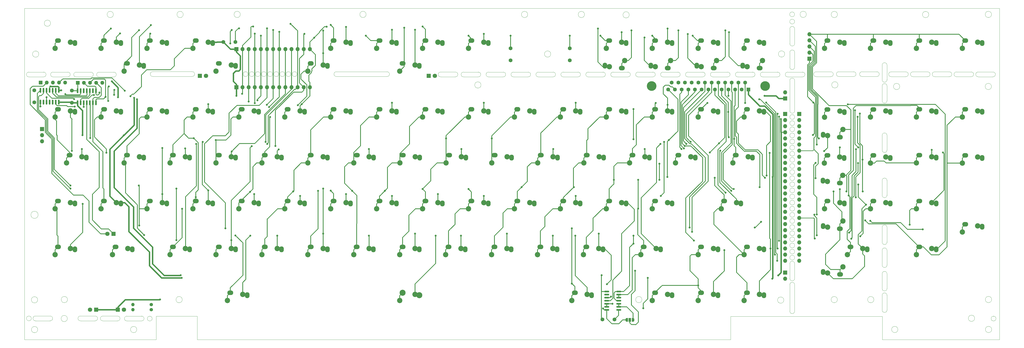
<source format=gbr>
G04 #@! TF.GenerationSoftware,KiCad,Pcbnew,7.0.6*
G04 #@! TF.CreationDate,2023-09-01T19:36:20-04:00*
G04 #@! TF.ProjectId,C128SX-mx,43313238-5358-42d6-9d78-2e6b69636164,1.0*
G04 #@! TF.SameCoordinates,Original*
G04 #@! TF.FileFunction,Copper,L2,Bot*
G04 #@! TF.FilePolarity,Positive*
%FSLAX46Y46*%
G04 Gerber Fmt 4.6, Leading zero omitted, Abs format (unit mm)*
G04 Created by KiCad (PCBNEW 7.0.6) date 2023-09-01 19:36:20*
%MOMM*%
%LPD*%
G01*
G04 APERTURE LIST*
G04 Aperture macros list*
%AMRoundRect*
0 Rectangle with rounded corners*
0 $1 Rounding radius*
0 $2 $3 $4 $5 $6 $7 $8 $9 X,Y pos of 4 corners*
0 Add a 4 corners polygon primitive as box body*
4,1,4,$2,$3,$4,$5,$6,$7,$8,$9,$2,$3,0*
0 Add four circle primitives for the rounded corners*
1,1,$1+$1,$2,$3*
1,1,$1+$1,$4,$5*
1,1,$1+$1,$6,$7*
1,1,$1+$1,$8,$9*
0 Add four rect primitives between the rounded corners*
20,1,$1+$1,$2,$3,$4,$5,0*
20,1,$1+$1,$4,$5,$6,$7,0*
20,1,$1+$1,$6,$7,$8,$9,0*
20,1,$1+$1,$8,$9,$2,$3,0*%
%AMFreePoly0*
4,1,19,0.550000,-0.750000,0.000000,-0.750000,0.000000,-0.744911,-0.071157,-0.744911,-0.207708,-0.704816,-0.327430,-0.627875,-0.420627,-0.520320,-0.479746,-0.390866,-0.500000,-0.250000,-0.500000,0.250000,-0.479746,0.390866,-0.420627,0.520320,-0.327430,0.627875,-0.207708,0.704816,-0.071157,0.744911,0.000000,0.744911,0.000000,0.750000,0.550000,0.750000,0.550000,-0.750000,0.550000,-0.750000,
$1*%
%AMFreePoly1*
4,1,19,0.000000,0.744911,0.071157,0.744911,0.207708,0.704816,0.327430,0.627875,0.420627,0.520320,0.479746,0.390866,0.500000,0.250000,0.500000,-0.250000,0.479746,-0.390866,0.420627,-0.520320,0.327430,-0.627875,0.207708,-0.704816,0.071157,-0.744911,0.000000,-0.744911,0.000000,-0.750000,-0.550000,-0.750000,-0.550000,0.750000,0.000000,0.750000,0.000000,0.744911,0.000000,0.744911,
$1*%
G04 Aperture macros list end*
G04 #@! TA.AperFunction,ComponentPad*
%ADD10C,2.200000*%
G04 #@! TD*
G04 #@! TA.AperFunction,ComponentPad*
%ADD11O,1.900000X2.450000*%
G04 #@! TD*
G04 #@! TA.AperFunction,ComponentPad*
%ADD12O,2.450000X1.900000*%
G04 #@! TD*
G04 #@! TA.AperFunction,ComponentPad*
%ADD13R,1.800000X1.800000*%
G04 #@! TD*
G04 #@! TA.AperFunction,ComponentPad*
%ADD14C,1.800000*%
G04 #@! TD*
G04 #@! TA.AperFunction,ComponentPad*
%ADD15C,2.500000*%
G04 #@! TD*
G04 #@! TA.AperFunction,ComponentPad*
%ADD16C,1.400000*%
G04 #@! TD*
G04 #@! TA.AperFunction,ComponentPad*
%ADD17O,1.400000X1.400000*%
G04 #@! TD*
G04 #@! TA.AperFunction,ComponentPad*
%ADD18R,1.700000X1.700000*%
G04 #@! TD*
G04 #@! TA.AperFunction,ComponentPad*
%ADD19O,1.700000X1.700000*%
G04 #@! TD*
G04 #@! TA.AperFunction,SMDPad,CuDef*
%ADD20RoundRect,0.150000X-0.150000X0.825000X-0.150000X-0.825000X0.150000X-0.825000X0.150000X0.825000X0*%
G04 #@! TD*
G04 #@! TA.AperFunction,ComponentPad*
%ADD21R,1.600000X1.600000*%
G04 #@! TD*
G04 #@! TA.AperFunction,ComponentPad*
%ADD22O,1.600000X1.600000*%
G04 #@! TD*
G04 #@! TA.AperFunction,ComponentPad*
%ADD23C,1.600000*%
G04 #@! TD*
G04 #@! TA.AperFunction,SMDPad,CuDef*
%ADD24FreePoly0,0.000000*%
G04 #@! TD*
G04 #@! TA.AperFunction,SMDPad,CuDef*
%ADD25R,1.000000X1.500000*%
G04 #@! TD*
G04 #@! TA.AperFunction,SMDPad,CuDef*
%ADD26FreePoly1,0.000000*%
G04 #@! TD*
G04 #@! TA.AperFunction,SMDPad,CuDef*
%ADD27RoundRect,0.150000X0.825000X0.150000X-0.825000X0.150000X-0.825000X-0.150000X0.825000X-0.150000X0*%
G04 #@! TD*
G04 #@! TA.AperFunction,ComponentPad*
%ADD28C,4.000000*%
G04 #@! TD*
G04 #@! TA.AperFunction,ViaPad*
%ADD29C,0.800000*%
G04 #@! TD*
G04 #@! TA.AperFunction,Conductor*
%ADD30C,0.250000*%
G04 #@! TD*
G04 #@! TA.AperFunction,Conductor*
%ADD31C,0.300000*%
G04 #@! TD*
G04 #@! TA.AperFunction,Conductor*
%ADD32C,0.600000*%
G04 #@! TD*
G04 #@! TA.AperFunction,Profile*
%ADD33C,0.050000*%
G04 #@! TD*
G04 APERTURE END LIST*
D10*
X37150000Y-93150000D03*
D11*
X39010000Y-93530000D03*
D10*
X30800000Y-95690000D03*
D12*
X32010000Y-92480000D03*
D10*
X37150000Y-112200000D03*
D11*
X39010000Y-112580000D03*
D10*
X30800000Y-114740000D03*
D12*
X32010000Y-111530000D03*
D10*
X41912500Y-74100000D03*
D11*
X43772500Y-74480000D03*
D10*
X35562500Y-76640000D03*
D12*
X36772500Y-73430000D03*
D13*
X47823000Y-137600000D03*
D14*
X45283000Y-137600000D03*
D10*
X60962500Y-112200000D03*
D11*
X62822500Y-112580000D03*
D10*
X54612500Y-114740000D03*
D12*
X55822500Y-111530000D03*
D10*
X284761900Y-55050000D03*
D11*
X286621900Y-55430000D03*
D10*
X278411900Y-57590000D03*
D12*
X279621900Y-54380000D03*
D10*
X313375000Y-93150000D03*
D11*
X315235000Y-93530000D03*
D10*
X307025000Y-95690000D03*
D12*
X308235000Y-92480000D03*
D10*
X189550000Y-55050000D03*
D11*
X191410000Y-55430000D03*
D10*
X183200000Y-57590000D03*
D12*
X184410000Y-54380000D03*
D10*
X170500000Y-55050000D03*
D11*
X172360000Y-55430000D03*
D10*
X164150000Y-57590000D03*
D12*
X165360000Y-54380000D03*
D10*
X208600000Y-55050000D03*
D11*
X210460000Y-55430000D03*
D10*
X202250000Y-57590000D03*
D12*
X203460000Y-54380000D03*
D10*
X132412700Y-55050000D03*
D11*
X134272700Y-55430000D03*
D10*
X126062700Y-57590000D03*
D12*
X127272700Y-54380000D03*
D10*
X94300000Y-55050000D03*
D11*
X96160000Y-55430000D03*
D10*
X87950000Y-57590000D03*
D12*
X89160000Y-54380000D03*
D10*
X65725000Y-74100000D03*
D11*
X67585000Y-74480000D03*
D10*
X59375000Y-76640000D03*
D12*
X60585000Y-73430000D03*
D10*
X113350000Y-55050000D03*
D11*
X115210000Y-55430000D03*
D10*
X107000000Y-57590000D03*
D12*
X108210000Y-54380000D03*
D10*
X227650000Y-55050000D03*
D11*
X229510000Y-55430000D03*
D10*
X221300000Y-57590000D03*
D12*
X222510000Y-54380000D03*
D10*
X56225400Y-55050000D03*
D11*
X58085400Y-55430000D03*
D10*
X49875400Y-57590000D03*
D12*
X51085400Y-54380000D03*
D10*
X303850000Y-112200000D03*
D11*
X305710000Y-112580000D03*
D10*
X297500000Y-114740000D03*
D12*
X298710000Y-111530000D03*
D10*
X75275400Y-55050000D03*
D11*
X77135400Y-55430000D03*
D10*
X68925400Y-57590000D03*
D12*
X70135400Y-54380000D03*
D10*
X199075000Y-112200000D03*
D11*
X200935000Y-112580000D03*
D10*
X192725000Y-114740000D03*
D12*
X193935000Y-111530000D03*
D10*
X84775000Y-74100000D03*
D11*
X86635000Y-74480000D03*
D10*
X78425000Y-76640000D03*
D12*
X79635000Y-73430000D03*
D10*
X132400000Y-93150000D03*
D11*
X134260000Y-93530000D03*
D10*
X126050000Y-95690000D03*
D12*
X127260000Y-92480000D03*
D10*
X141925000Y-74100000D03*
D11*
X143785000Y-74480000D03*
D10*
X135575000Y-76640000D03*
D12*
X136785000Y-73430000D03*
D10*
X151450000Y-93150000D03*
D11*
X153310000Y-93530000D03*
D10*
X145100000Y-95690000D03*
D12*
X146310000Y-92480000D03*
D10*
X284761900Y-93150000D03*
D11*
X286621900Y-93530000D03*
D10*
X278411900Y-95690000D03*
D12*
X279621900Y-92480000D03*
D10*
X303850000Y-55050000D03*
D11*
X305710000Y-55430000D03*
D10*
X297500000Y-57590000D03*
D12*
X298710000Y-54380000D03*
D10*
X218125000Y-112200000D03*
D11*
X219985000Y-112580000D03*
D10*
X211775000Y-114740000D03*
D12*
X212985000Y-111530000D03*
D10*
X170487300Y-93150000D03*
D11*
X172347300Y-93530000D03*
D10*
X164137300Y-95690000D03*
D12*
X165347300Y-92480000D03*
D10*
X246700000Y-93150000D03*
D11*
X248560000Y-93530000D03*
D10*
X240350000Y-95690000D03*
D12*
X241560000Y-92480000D03*
D10*
X256402800Y-74100000D03*
D11*
X258262800Y-74480000D03*
D10*
X250052800Y-76640000D03*
D12*
X251262800Y-73430000D03*
D10*
X84775000Y-112200000D03*
D11*
X86635000Y-112580000D03*
D10*
X78425000Y-114740000D03*
D12*
X79635000Y-111530000D03*
D10*
X65725000Y-36000000D03*
D11*
X67585000Y-36380000D03*
D10*
X59375000Y-38540000D03*
D12*
X60585000Y-35330000D03*
D10*
X180025000Y-36000000D03*
D11*
X181885000Y-36380000D03*
D10*
X173675000Y-38540000D03*
D12*
X174885000Y-35330000D03*
D10*
X141925000Y-36000000D03*
D11*
X143785000Y-36380000D03*
D10*
X135575000Y-38540000D03*
D12*
X136785000Y-35330000D03*
D10*
X103825000Y-36000000D03*
D11*
X105685000Y-36380000D03*
D10*
X97475000Y-38540000D03*
D12*
X98685000Y-35330000D03*
D10*
X265750000Y-93150000D03*
D11*
X267610000Y-93530000D03*
D10*
X259400000Y-95690000D03*
D12*
X260610000Y-92480000D03*
D10*
X322900000Y-55050000D03*
D11*
X324760000Y-55430000D03*
D10*
X316550000Y-57590000D03*
D12*
X317760000Y-54380000D03*
D10*
X151450000Y-55050000D03*
D11*
X153310000Y-55430000D03*
D10*
X145100000Y-57590000D03*
D12*
X146310000Y-54380000D03*
D10*
X199303600Y-74100000D03*
D11*
X201163600Y-74480000D03*
D10*
X192953600Y-76640000D03*
D12*
X194163600Y-73430000D03*
D10*
X113350000Y-93150000D03*
D11*
X115210000Y-93530000D03*
D10*
X107000000Y-95690000D03*
D12*
X108210000Y-92480000D03*
D10*
X237340100Y-74100000D03*
D11*
X239200100Y-74480000D03*
D10*
X230990100Y-76640000D03*
D12*
X232200100Y-73430000D03*
D10*
X227650000Y-93150000D03*
D11*
X229510000Y-93530000D03*
D10*
X221300000Y-95690000D03*
D12*
X222510000Y-92480000D03*
D10*
X161038500Y-74100000D03*
D11*
X162898500Y-74480000D03*
D10*
X154688500Y-76640000D03*
D12*
X155898500Y-73430000D03*
D10*
X218264700Y-74100000D03*
D11*
X220124700Y-74480000D03*
D10*
X211914700Y-76640000D03*
D12*
X213124700Y-73430000D03*
D10*
X265737300Y-55050000D03*
D11*
X267597300Y-55430000D03*
D10*
X259387300Y-57590000D03*
D12*
X260597300Y-54380000D03*
D10*
X180113900Y-74100000D03*
D11*
X181973900Y-74480000D03*
D10*
X173763900Y-76640000D03*
D12*
X174973900Y-73430000D03*
D10*
X75250000Y-93150000D03*
D11*
X77110000Y-93530000D03*
D10*
X68900000Y-95690000D03*
D12*
X70110000Y-92480000D03*
D10*
X122875000Y-74100000D03*
D11*
X124735000Y-74480000D03*
D10*
X116525000Y-76640000D03*
D12*
X117735000Y-73430000D03*
D10*
X103825000Y-74100000D03*
D11*
X105685000Y-74480000D03*
D10*
X97475000Y-76640000D03*
D12*
X98685000Y-73430000D03*
D10*
X208587300Y-93150000D03*
D11*
X210447300Y-93530000D03*
D10*
X202237300Y-95690000D03*
D12*
X203447300Y-92480000D03*
D10*
X189537300Y-93150000D03*
D11*
X191397300Y-93530000D03*
D10*
X183187300Y-95690000D03*
D12*
X184397300Y-92480000D03*
D10*
X246700000Y-55050000D03*
D11*
X248560000Y-55430000D03*
D10*
X240350000Y-57590000D03*
D12*
X241560000Y-54380000D03*
D10*
X122875000Y-112200000D03*
D11*
X124735000Y-112580000D03*
D10*
X116525000Y-114740000D03*
D12*
X117735000Y-111530000D03*
D10*
X103825000Y-112200000D03*
D11*
X105685000Y-112580000D03*
D10*
X97475000Y-114740000D03*
D12*
X98685000Y-111530000D03*
D10*
X237175000Y-112200000D03*
D11*
X239035000Y-112580000D03*
D10*
X230825000Y-114740000D03*
D12*
X232035000Y-111530000D03*
D10*
X180025000Y-112200000D03*
D11*
X181885000Y-112580000D03*
D10*
X173675000Y-114740000D03*
D12*
X174885000Y-111530000D03*
D10*
X94300000Y-93150000D03*
D11*
X96160000Y-93530000D03*
D10*
X87950000Y-95690000D03*
D12*
X89160000Y-92480000D03*
D10*
X256225000Y-112200000D03*
D11*
X258085000Y-112580000D03*
D10*
X249875000Y-114740000D03*
D12*
X251085000Y-111530000D03*
D10*
X141925000Y-112200000D03*
D11*
X143785000Y-112580000D03*
D10*
X135575000Y-114740000D03*
D12*
X136785000Y-111530000D03*
D10*
X160975000Y-112200000D03*
D11*
X162835000Y-112580000D03*
D10*
X154625000Y-114740000D03*
D12*
X155835000Y-111530000D03*
D10*
X275363900Y-74100000D03*
D11*
X277223900Y-74480000D03*
D10*
X269013900Y-76640000D03*
D12*
X270223900Y-73430000D03*
D10*
X303862700Y-131250000D03*
D11*
X305722700Y-131630000D03*
D10*
X297512700Y-133790000D03*
D12*
X298722700Y-130580000D03*
D10*
X322861900Y-131250000D03*
D11*
X324721900Y-131630000D03*
D10*
X316511900Y-133790000D03*
D12*
X317721900Y-130580000D03*
D10*
X280037500Y-112200000D03*
D11*
X281897500Y-112580000D03*
D10*
X273687500Y-114740000D03*
D12*
X274897500Y-111530000D03*
D10*
X284800000Y-131250000D03*
D11*
X286660000Y-131630000D03*
D10*
X278450000Y-133790000D03*
D12*
X279660000Y-130580000D03*
D13*
X56775000Y-137625000D03*
D14*
X59315000Y-137625000D03*
D10*
X180025000Y-131250000D03*
D15*
X181885000Y-131630000D03*
D10*
X173675000Y-133790000D03*
D15*
X174885000Y-130580000D03*
D10*
X356237500Y-55143300D03*
D11*
X358097500Y-55523300D03*
D10*
X349887500Y-57683300D03*
D12*
X351097500Y-54473300D03*
D10*
X189550000Y-26475000D03*
D11*
X191410000Y-26855000D03*
D10*
X183200000Y-29015000D03*
D12*
X184410000Y-25805000D03*
D10*
X56200000Y-93150000D03*
D11*
X58060000Y-93530000D03*
D10*
X49850000Y-95690000D03*
D12*
X51060000Y-92480000D03*
D10*
X351157500Y-103280000D03*
D11*
X349297500Y-102900000D03*
D10*
X357507500Y-100740000D03*
D12*
X356297500Y-103950000D03*
D10*
X260670000Y-36635000D03*
D11*
X258810000Y-36255000D03*
D10*
X267020000Y-34095000D03*
D12*
X265810000Y-37305000D03*
D10*
X37150000Y-55050000D03*
D11*
X39010000Y-55430000D03*
D10*
X30800000Y-57590000D03*
D12*
X32010000Y-54380000D03*
D10*
X375287500Y-55090000D03*
D11*
X377147500Y-55470000D03*
D10*
X368937500Y-57630000D03*
D12*
X370147500Y-54420000D03*
D10*
X94300000Y-26475000D03*
D11*
X96160000Y-26855000D03*
D10*
X87950000Y-29015000D03*
D12*
X89160000Y-25805000D03*
D13*
X54975000Y-106100000D03*
D14*
X52435000Y-106100000D03*
D10*
X298770000Y-36635000D03*
D11*
X296910000Y-36255000D03*
D10*
X305120000Y-34095000D03*
D12*
X303910000Y-37305000D03*
D13*
X185775000Y-40500000D03*
D14*
X188315000Y-40500000D03*
D10*
X356237500Y-93120000D03*
D11*
X358097500Y-93500000D03*
D10*
X349887500Y-95660000D03*
D12*
X351097500Y-92450000D03*
D10*
X351130500Y-84353300D03*
D11*
X349270500Y-83973300D03*
D10*
X357480500Y-81813300D03*
D12*
X356270500Y-85023300D03*
D10*
X279720000Y-36635000D03*
D11*
X277860000Y-36255000D03*
D10*
X286070000Y-34095000D03*
D12*
X284860000Y-37305000D03*
D10*
X375287500Y-93120000D03*
D11*
X377147500Y-93500000D03*
D10*
X368937500Y-95660000D03*
D12*
X370147500Y-92450000D03*
D10*
X151450000Y-26475000D03*
D11*
X153310000Y-26855000D03*
D10*
X145100000Y-29015000D03*
D12*
X146310000Y-25805000D03*
D10*
X394337500Y-55050000D03*
D11*
X396197500Y-55430000D03*
D10*
X387987500Y-57590000D03*
D12*
X389197500Y-54380000D03*
D10*
X413387500Y-26475000D03*
D11*
X415247500Y-26855000D03*
D10*
X407037500Y-29015000D03*
D12*
X408247500Y-25805000D03*
D10*
X108587500Y-131250000D03*
D11*
X110447500Y-131630000D03*
D10*
X102237500Y-133790000D03*
D12*
X103447500Y-130580000D03*
D10*
X322900000Y-26475000D03*
D11*
X324760000Y-26855000D03*
D10*
X316550000Y-29015000D03*
D12*
X317760000Y-25805000D03*
D10*
X322900000Y-112200000D03*
D11*
X324760000Y-112580000D03*
D10*
X316550000Y-114740000D03*
D12*
X317760000Y-111530000D03*
D10*
X394337500Y-112190000D03*
D11*
X396197500Y-112570000D03*
D10*
X387987500Y-114730000D03*
D12*
X389197500Y-111520000D03*
D10*
X294413900Y-74100000D03*
D11*
X296273900Y-74480000D03*
D10*
X288063900Y-76640000D03*
D12*
X289273900Y-73430000D03*
D10*
X170500000Y-26475000D03*
D11*
X172360000Y-26855000D03*
D10*
X164150000Y-29015000D03*
D12*
X165360000Y-25805000D03*
D10*
X303850000Y-26475000D03*
D11*
X305710000Y-26855000D03*
D10*
X297500000Y-29015000D03*
D12*
X298710000Y-25805000D03*
D10*
X318201000Y-74100000D03*
D11*
X320061000Y-74480000D03*
D10*
X311851000Y-76640000D03*
D12*
X313061000Y-73430000D03*
D10*
X284800000Y-26475000D03*
D11*
X286660000Y-26855000D03*
D10*
X278450000Y-29015000D03*
D12*
X279660000Y-25805000D03*
D10*
X394337500Y-74100000D03*
D11*
X396197500Y-74480000D03*
D10*
X387987500Y-76640000D03*
D12*
X389197500Y-73430000D03*
D10*
X265750000Y-26475000D03*
D11*
X267610000Y-26855000D03*
D10*
X259400000Y-29015000D03*
D12*
X260610000Y-25805000D03*
D10*
X356237500Y-26475000D03*
D11*
X358097500Y-26855000D03*
D10*
X349887500Y-29015000D03*
D12*
X351097500Y-25805000D03*
D10*
X56200000Y-26475000D03*
D11*
X58060000Y-26855000D03*
D10*
X49850000Y-29015000D03*
D12*
X51060000Y-25805000D03*
D10*
X356210500Y-74193300D03*
D11*
X358070500Y-74573300D03*
D10*
X349860500Y-76733300D03*
D12*
X351070500Y-73523300D03*
D10*
X375287500Y-26475000D03*
D11*
X377147500Y-26855000D03*
D10*
X368937500Y-29015000D03*
D12*
X370147500Y-25805000D03*
D10*
X317820000Y-36635000D03*
D11*
X315960000Y-36255000D03*
D10*
X324170000Y-34095000D03*
D12*
X322960000Y-37305000D03*
D10*
X351159900Y-122324200D03*
D11*
X349299900Y-121944200D03*
D10*
X357509900Y-119784200D03*
D12*
X356299900Y-122994200D03*
D10*
X375287500Y-74193300D03*
D11*
X377147500Y-74573300D03*
D10*
X368937500Y-76733300D03*
D12*
X370147500Y-73523300D03*
D10*
X37150000Y-26475000D03*
D11*
X39010000Y-26855000D03*
D10*
X30800000Y-29015000D03*
D12*
X32010000Y-25805000D03*
D10*
X394337500Y-93130000D03*
D11*
X396197500Y-93510000D03*
D10*
X387987500Y-95670000D03*
D12*
X389197500Y-92460000D03*
D10*
X75250000Y-26475000D03*
D11*
X77110000Y-26855000D03*
D10*
X68900000Y-29015000D03*
D12*
X70110000Y-25805000D03*
D10*
X365762500Y-112164900D03*
D11*
X367622500Y-112544900D03*
D10*
X359412500Y-114704900D03*
D12*
X360622500Y-111494900D03*
D10*
X208600000Y-26475000D03*
D11*
X210460000Y-26855000D03*
D10*
X202250000Y-29015000D03*
D12*
X203460000Y-25805000D03*
D10*
X351157500Y-65303300D03*
D11*
X349297500Y-64923300D03*
D10*
X357507500Y-62763300D03*
D12*
X356297500Y-65973300D03*
D10*
X251462500Y-131250000D03*
D11*
X253322500Y-131630000D03*
D10*
X245112500Y-133790000D03*
D12*
X246322500Y-130580000D03*
D10*
X413387500Y-102768300D03*
D11*
X415247500Y-103148300D03*
D10*
X407037500Y-105308300D03*
D12*
X408247500Y-102098300D03*
D10*
X413387500Y-55050000D03*
D11*
X415247500Y-55430000D03*
D10*
X407037500Y-57590000D03*
D12*
X408247500Y-54380000D03*
D13*
X90810000Y-40450000D03*
D14*
X93350000Y-40450000D03*
D10*
X413387500Y-74193300D03*
D11*
X415247500Y-74573300D03*
D10*
X407037500Y-76733300D03*
D12*
X408247500Y-73523300D03*
D10*
X394337500Y-26475000D03*
D11*
X396197500Y-26855000D03*
D10*
X387987500Y-29015000D03*
D12*
X389197500Y-25805000D03*
D16*
X70650000Y-135450000D03*
D17*
X63030000Y-135450000D03*
D18*
X333550000Y-49925000D03*
D19*
X333550000Y-47385000D03*
D18*
X105974900Y-29419200D03*
D19*
X108514900Y-29419200D03*
X111054900Y-29419200D03*
X113594900Y-29419200D03*
X116134900Y-29419200D03*
X118674900Y-29419200D03*
X121214900Y-29419200D03*
X123754900Y-29419200D03*
X126294900Y-29419200D03*
X128834900Y-29419200D03*
X131374900Y-29419200D03*
X133914900Y-29419200D03*
X136454900Y-29419200D03*
D18*
X105959901Y-45194200D03*
D19*
X108499901Y-45194200D03*
X111039901Y-45194200D03*
X113579901Y-45194200D03*
X116119901Y-45194200D03*
X118659901Y-45194200D03*
X121199901Y-45194200D03*
X123739901Y-45194200D03*
X126279901Y-45194200D03*
X128819901Y-45194200D03*
X131359901Y-45194200D03*
X133899901Y-45194200D03*
X136439901Y-45194200D03*
D20*
X40150000Y-46700000D03*
X41420000Y-46700000D03*
X42690000Y-46700000D03*
X43960000Y-46700000D03*
X45230000Y-46700000D03*
X46500000Y-46700000D03*
X47770000Y-46700000D03*
X47770000Y-51650000D03*
X46500000Y-51650000D03*
X45230000Y-51650000D03*
X43960000Y-51650000D03*
X42690000Y-51650000D03*
X41420000Y-51650000D03*
X40150000Y-51650000D03*
D21*
X24810000Y-43300000D03*
D22*
X27350000Y-43300000D03*
X29890000Y-43300000D03*
X32430000Y-43300000D03*
X34970000Y-43300000D03*
D18*
X333575000Y-122200000D03*
D19*
X333575000Y-124740000D03*
D18*
X339375000Y-56325000D03*
D19*
X339375000Y-58865000D03*
X339375000Y-61405000D03*
X339375000Y-63945000D03*
X339375000Y-66485000D03*
X339375000Y-69025000D03*
X339375000Y-71565000D03*
X339375000Y-74105000D03*
X339375000Y-76645000D03*
X339375000Y-79185000D03*
X339375000Y-81725000D03*
X339375000Y-84265000D03*
X339375000Y-86805000D03*
X339375000Y-89345000D03*
X339375000Y-91885000D03*
X339375000Y-94425000D03*
X339375000Y-96965000D03*
X339375000Y-99505000D03*
X339375000Y-102045000D03*
X339375000Y-104585000D03*
X339375000Y-107125000D03*
X339375000Y-109665000D03*
X339375000Y-112205000D03*
X339375000Y-114745000D03*
X339375000Y-117285000D03*
D23*
X22145000Y-46475000D03*
X22145000Y-51475000D03*
D24*
X267850000Y-141875000D03*
D25*
X269150000Y-141875000D03*
D26*
X270450000Y-141875000D03*
D18*
X343649900Y-33394200D03*
D19*
X343649900Y-30854200D03*
X343649900Y-28314200D03*
X343649900Y-25774200D03*
X343649900Y-23234200D03*
D23*
X219699900Y-29094200D03*
X219699900Y-34094200D03*
D21*
X40185000Y-43325000D03*
D22*
X42725000Y-43325000D03*
X45265000Y-43325000D03*
X47805000Y-43325000D03*
X50345000Y-43325000D03*
D18*
X333550000Y-56300000D03*
D19*
X333550000Y-58840000D03*
X333550000Y-61380000D03*
X333550000Y-63920000D03*
X333550000Y-66460000D03*
X333550000Y-69000000D03*
X333550000Y-71540000D03*
X333550000Y-74080000D03*
X333550000Y-76620000D03*
X333550000Y-79160000D03*
X333550000Y-81700000D03*
X333550000Y-84240000D03*
X333550000Y-86780000D03*
X333550000Y-89320000D03*
X333550000Y-91860000D03*
X333550000Y-94400000D03*
X333550000Y-96940000D03*
X333550000Y-99480000D03*
X333550000Y-102020000D03*
X333550000Y-104560000D03*
X333550000Y-107100000D03*
X333550000Y-109640000D03*
X333550000Y-112180000D03*
X333550000Y-114720000D03*
X333550000Y-117260000D03*
D16*
X70675000Y-137600000D03*
D17*
X63055000Y-137600000D03*
D20*
X24725000Y-46500000D03*
X25995000Y-46500000D03*
X27265000Y-46500000D03*
X28535000Y-46500000D03*
X29805000Y-46500000D03*
X31075000Y-46500000D03*
X32345000Y-46500000D03*
X32345000Y-51450000D03*
X31075000Y-51450000D03*
X29805000Y-51450000D03*
X28535000Y-51450000D03*
X27265000Y-51450000D03*
X25995000Y-51450000D03*
X24725000Y-51450000D03*
D23*
X105549900Y-26469200D03*
X100549900Y-26469200D03*
X37745000Y-46625000D03*
X37745000Y-51625000D03*
X244249900Y-29094200D03*
X244249900Y-34094200D03*
X257774469Y-141650698D03*
X262774469Y-141650698D03*
D27*
X264524569Y-130081498D03*
X264524569Y-131351498D03*
X264524569Y-132621498D03*
X264524569Y-133891498D03*
X264524569Y-135161498D03*
X264524569Y-136431498D03*
X264524569Y-137701498D03*
X259574569Y-137701498D03*
X259574569Y-136431498D03*
X259574569Y-135161498D03*
X259574569Y-133891498D03*
X259574569Y-132621498D03*
X259574569Y-131351498D03*
X259574569Y-130081498D03*
D28*
X278158000Y-44740000D03*
X325258000Y-44740000D03*
D21*
X318328000Y-46160000D03*
D23*
X315558000Y-46160000D03*
X312788000Y-46160000D03*
X310018000Y-46160000D03*
X307248000Y-46160000D03*
X304478000Y-46160000D03*
X301708000Y-46160000D03*
X298938000Y-46160000D03*
X296168000Y-46160000D03*
X293398000Y-46160000D03*
X290628000Y-46160000D03*
X287858000Y-46160000D03*
X285088000Y-46160000D03*
X316943000Y-43320000D03*
X314173000Y-43320000D03*
X311403000Y-43320000D03*
X308633000Y-43320000D03*
X305863000Y-43320000D03*
X303093000Y-43320000D03*
X300323000Y-43320000D03*
X297553000Y-43320000D03*
X294783000Y-43320000D03*
X292013000Y-43320000D03*
X289243000Y-43320000D03*
X286473000Y-43320000D03*
D18*
X25375000Y-62575000D03*
D19*
X25375000Y-65115000D03*
X25375000Y-67655000D03*
D29*
X83449900Y-95690000D03*
X37174900Y-86069200D03*
X320925000Y-103443700D03*
X346199900Y-76669200D03*
X346725200Y-98094200D03*
X88274900Y-66369200D03*
X385174900Y-102300000D03*
X65649900Y-102644200D03*
X323600000Y-101075000D03*
X97449900Y-67131700D03*
X65524900Y-86069200D03*
X89160000Y-90844200D03*
X294947792Y-105293700D03*
X37724900Y-71644200D03*
X368900000Y-100700500D03*
X237349900Y-70843700D03*
X84749900Y-70644200D03*
X123487450Y-71031750D03*
X275299900Y-70843700D03*
X306674900Y-71518700D03*
X160949900Y-70843700D03*
X199299900Y-70843700D03*
X290574900Y-70843700D03*
X390625000Y-104275000D03*
X129524900Y-88519200D03*
X363750000Y-76750000D03*
X111637400Y-88631700D03*
X345799900Y-108069200D03*
X361000000Y-108094200D03*
X308874900Y-88994200D03*
X119924400Y-57619200D03*
X139849900Y-88269200D03*
X362899500Y-90969200D03*
X167555600Y-88249900D03*
X363650000Y-57475000D03*
X153999900Y-88244200D03*
X311199900Y-88244200D03*
X145100000Y-88194200D03*
X192974900Y-66494200D03*
X202224900Y-87494200D03*
X359925000Y-90203600D03*
X211914700Y-66469200D03*
X183187300Y-87494200D03*
X312224900Y-87494200D03*
X366750000Y-100550000D03*
X322999900Y-86744200D03*
X224274900Y-86744200D03*
X245899900Y-86744200D03*
X151449900Y-89606000D03*
X327499900Y-112194200D03*
X327107000Y-72487100D03*
X291599900Y-70669200D03*
X41912500Y-70894700D03*
X113349900Y-89606000D03*
X75250000Y-70469200D03*
X189574900Y-89606500D03*
X75250000Y-89619200D03*
X103825000Y-108719700D03*
X81124900Y-87319200D03*
X141925000Y-106044200D03*
X256249900Y-106044200D03*
X141949900Y-87319200D03*
X81124900Y-108719700D03*
X208600000Y-23069200D03*
X122174900Y-69594200D03*
X180025000Y-106044200D03*
X259625000Y-127000000D03*
X291899900Y-69594200D03*
X134199900Y-23044200D03*
X308299900Y-112894200D03*
X37150000Y-87319300D03*
X112349900Y-69669200D03*
X295724900Y-108894700D03*
X258074500Y-137125000D03*
X218174900Y-106044200D03*
X284800000Y-20819700D03*
X246499900Y-106869200D03*
X349773200Y-71763200D03*
X128459900Y-18869200D03*
X70524900Y-19419200D03*
X111774900Y-106869200D03*
X122874900Y-106869200D03*
X292624900Y-68794200D03*
X359600000Y-52300000D03*
X89324900Y-68794200D03*
X345100000Y-65075000D03*
X188574900Y-106869200D03*
X118724900Y-68794200D03*
X199099900Y-106869200D03*
X270624900Y-110144200D03*
X255949900Y-20819700D03*
X270625000Y-106869700D03*
X281866300Y-68794200D03*
X160949900Y-106869200D03*
X345275000Y-51550000D03*
X237174900Y-106869200D03*
X246699900Y-90356000D03*
X294374900Y-67919700D03*
X42199900Y-93644200D03*
X346174900Y-82994200D03*
X170500000Y-90356000D03*
X275199900Y-24594200D03*
X132399900Y-90356000D03*
X118049900Y-67944200D03*
X281967900Y-90356000D03*
X208599900Y-90356000D03*
X283324900Y-67944200D03*
X91999900Y-67919200D03*
X94300000Y-88068700D03*
X293149900Y-23094200D03*
X360074500Y-105619700D03*
X141925000Y-21717550D03*
X104037400Y-71856700D03*
X302349900Y-72319200D03*
X346695000Y-69020000D03*
X141925000Y-31069200D03*
X362974900Y-70975000D03*
X306112400Y-68519700D03*
X363900500Y-70225000D03*
X310274900Y-22344700D03*
X394349900Y-71263200D03*
X57724900Y-22844200D03*
X310224900Y-65944200D03*
X180025000Y-21319200D03*
X170500000Y-21319200D03*
X367075000Y-93975000D03*
X309949900Y-55444200D03*
X356237500Y-70225500D03*
X123754900Y-22219200D03*
X362562300Y-54825000D03*
X363850000Y-85575000D03*
X119549900Y-53469200D03*
X347500000Y-66500000D03*
X265750000Y-22344200D03*
X365675000Y-75275000D03*
X399025000Y-72300000D03*
X284761900Y-52494200D03*
X208599900Y-51694700D03*
X133049900Y-52219700D03*
X143399900Y-20094200D03*
X356224900Y-87572100D03*
X170500000Y-51694700D03*
X94299900Y-52274500D03*
X325840050Y-81919200D03*
X151424900Y-20144200D03*
X365700000Y-88475000D03*
X246699900Y-51694700D03*
X364525000Y-56175000D03*
X138274900Y-24619200D03*
X245124900Y-103794200D03*
X345649900Y-98169200D03*
X245112500Y-126769200D03*
X105548900Y-106744200D03*
X52049900Y-72393700D03*
X346649900Y-106719200D03*
X293905900Y-103444200D03*
X364725000Y-107119200D03*
X67737400Y-106581700D03*
X279874900Y-51743700D03*
X281449900Y-83694200D03*
X281449900Y-76969200D03*
X272599900Y-95594200D03*
X316943000Y-51743700D03*
X272574900Y-83694200D03*
X301274900Y-51743700D03*
X262524900Y-83694200D03*
X121214900Y-21468050D03*
X325169100Y-82794200D03*
X358975000Y-88476400D03*
X270674900Y-54300500D03*
X104049900Y-21468050D03*
X297512700Y-127519200D03*
X103424900Y-27019200D03*
X175599900Y-20544200D03*
X131424900Y-52668700D03*
X289274900Y-21569200D03*
X261975000Y-135150000D03*
X65574900Y-21544200D03*
X353600000Y-88476400D03*
X284749900Y-82444200D03*
X270674900Y-66794200D03*
X285308950Y-67170200D03*
X304349900Y-82794200D03*
X118624900Y-52493200D03*
X269799900Y-21569200D03*
X308799900Y-21569200D03*
X74275000Y-133400000D03*
X276575000Y-124369200D03*
X42149900Y-65144200D03*
X33325000Y-46500000D03*
X83300000Y-124375000D03*
X28850000Y-44900000D03*
X328249400Y-124694200D03*
X105949900Y-48819200D03*
X274750000Y-136975000D03*
X328399900Y-82455800D03*
X63550000Y-49669200D03*
X59240350Y-65234650D03*
X54299900Y-42794200D03*
X56874900Y-49418700D03*
X325000000Y-48744200D03*
X82850000Y-123250000D03*
X330674900Y-123344400D03*
X331800000Y-58425000D03*
X64775000Y-50219200D03*
X24700000Y-53225000D03*
X310024900Y-48744200D03*
X257424900Y-123319200D03*
X271325000Y-121394200D03*
X261325500Y-132150000D03*
X42690000Y-53319200D03*
X52774900Y-50869200D03*
X53025000Y-44850500D03*
X55225000Y-48350000D03*
X55325000Y-46349500D03*
X46900000Y-48450000D03*
X59700000Y-46700000D03*
X312399400Y-66644200D03*
X107114946Y-20718550D03*
X101399900Y-103819200D03*
X145074900Y-19319200D03*
X53875000Y-20869200D03*
X118699900Y-20718550D03*
X159649900Y-23794200D03*
X114674900Y-50669200D03*
X219724900Y-23844700D03*
X116149900Y-23794200D03*
X330984700Y-57415300D03*
X330984700Y-109005770D03*
X202224900Y-23819200D03*
X330449400Y-112200000D03*
X278450000Y-23844700D03*
X256899900Y-23844200D03*
X295174900Y-23844700D03*
X113599900Y-22967550D03*
X330449400Y-56225000D03*
X244249900Y-23844200D03*
X70249900Y-22967550D03*
X113599900Y-51819700D03*
X111049900Y-51118700D03*
X322800000Y-50225000D03*
X38700000Y-50150000D03*
X329299400Y-114724900D03*
X325700000Y-51550000D03*
X38925000Y-53275000D03*
X330250000Y-117275000D03*
X45324900Y-66319200D03*
X62074900Y-48919200D03*
X51725000Y-49244200D03*
X49150500Y-47450000D03*
X108374900Y-47919700D03*
X183199900Y-19969200D03*
X112934374Y-19969050D03*
X34999900Y-48075500D03*
X27249900Y-49394200D03*
D30*
X345045100Y-71565000D02*
X345525000Y-71085100D01*
X339375000Y-71565000D02*
X345045100Y-71565000D01*
X345375700Y-99505000D02*
X339375000Y-99505000D01*
X345380700Y-99500000D02*
X345375700Y-99505000D01*
D31*
X349860500Y-76733300D02*
X349860500Y-74733300D01*
X97475000Y-67156800D02*
X97449900Y-67131700D01*
X87950000Y-57590000D02*
X87950000Y-55590000D01*
X90185200Y-68279500D02*
X88274900Y-66369200D01*
X301649900Y-84250300D02*
X301649900Y-73594200D01*
X87950000Y-95690000D02*
X87950000Y-93690000D01*
X387987500Y-95670000D02*
X385874100Y-95670000D01*
X85529100Y-57590000D02*
X87950000Y-57590000D01*
X54612500Y-114740000D02*
X54612500Y-112740000D01*
X23950000Y-54544300D02*
X27725000Y-58319300D01*
X293524900Y-65469200D02*
X293524900Y-56944200D01*
X79635000Y-69134100D02*
X80749900Y-68019200D01*
X349860500Y-74733300D02*
X351070500Y-73523300D01*
X90185200Y-77369200D02*
X90185200Y-73044200D01*
X65720700Y-95690000D02*
X65649900Y-95619200D01*
X387987500Y-93670000D02*
X389197500Y-92460000D01*
X65649900Y-86194200D02*
X65524900Y-86069200D01*
X24369100Y-48725000D02*
X23950000Y-49144100D01*
X27725000Y-63525000D02*
X30474900Y-66274900D01*
X65649900Y-97394200D02*
X65649900Y-95619200D01*
X294947792Y-105293700D02*
X294947792Y-90952408D01*
X97475000Y-76640000D02*
X97475000Y-71344100D01*
X346199900Y-76669200D02*
X345449900Y-77419200D01*
X107000000Y-55590000D02*
X108210000Y-54380000D01*
X89160000Y-90844200D02*
X89160000Y-88859200D01*
X385174900Y-96369200D02*
X385174900Y-102300000D01*
X97475000Y-71344100D02*
X97475000Y-67156800D01*
X345424900Y-89654100D02*
X346725200Y-90954400D01*
X346725200Y-98094200D02*
X346725200Y-90954400D01*
X345424900Y-81294200D02*
X345424900Y-89654100D01*
X87950000Y-55590000D02*
X89160000Y-54380000D01*
X84299900Y-58819200D02*
X85529100Y-57590000D01*
X87950000Y-93690000D02*
X89160000Y-92480000D01*
X103724900Y-65094200D02*
X101687400Y-67131700D01*
X88274900Y-66369200D02*
X86199900Y-66369200D01*
X89160000Y-88859200D02*
X89374950Y-88644250D01*
X30474900Y-66274900D02*
X30474900Y-79369200D01*
X23950000Y-49144100D02*
X23950000Y-54544300D01*
X25995000Y-46500000D02*
X25995000Y-47780000D01*
X78425000Y-74640000D02*
X79635000Y-73430000D01*
X79639100Y-111530000D02*
X83449900Y-107719200D01*
X90185200Y-77369200D02*
X90185200Y-87834000D01*
X65649900Y-95619200D02*
X65649900Y-86194200D01*
X104579100Y-57590000D02*
X103724900Y-58444200D01*
X25050000Y-48725000D02*
X24369100Y-48725000D01*
X345449900Y-81269200D02*
X345424900Y-81294200D01*
X90185200Y-87834000D02*
X89374950Y-88644250D01*
X387987500Y-95670000D02*
X387987500Y-93670000D01*
X303093000Y-47376100D02*
X303093000Y-43320000D01*
X30474900Y-79369200D02*
X37174900Y-86069200D01*
X301649900Y-73594200D02*
X293524900Y-65469200D01*
X79635000Y-73430000D02*
X79635000Y-69134100D01*
X385874100Y-95670000D02*
X385174900Y-96369200D01*
X83449900Y-107719200D02*
X83449900Y-95690000D01*
X107000000Y-57590000D02*
X104579100Y-57590000D01*
X321231300Y-103443700D02*
X320925000Y-103443700D01*
X78425000Y-76640000D02*
X78425000Y-74640000D01*
X65649900Y-97394200D02*
X65649900Y-102644200D01*
X68900000Y-95690000D02*
X68900000Y-93690000D01*
X103724900Y-58444200D02*
X103724900Y-65094200D01*
X84299900Y-64469200D02*
X84299900Y-58819200D01*
X80749900Y-68019200D02*
X84299900Y-64469200D01*
X68900000Y-95690000D02*
X65720700Y-95690000D01*
X89160000Y-92480000D02*
X89160000Y-90844200D01*
X54612500Y-112740000D02*
X55822500Y-111530000D01*
X107000000Y-57590000D02*
X107000000Y-55590000D01*
X97449900Y-67131700D02*
X101687400Y-67131700D01*
X294947792Y-90952408D02*
X301649900Y-84250300D01*
X293524900Y-56944200D02*
X303093000Y-47376100D01*
X27725000Y-58319300D02*
X27725000Y-63525000D01*
X25995000Y-47780000D02*
X25050000Y-48725000D01*
X86199900Y-66369200D02*
X84299900Y-64469200D01*
X90185200Y-73044200D02*
X90185200Y-68279500D01*
X78425000Y-114740000D02*
X78425000Y-112740000D01*
X323600000Y-101075000D02*
X321231300Y-103443700D01*
X68900000Y-93690000D02*
X70110000Y-92480000D01*
X345449900Y-77419200D02*
X345449900Y-81269200D01*
X78425000Y-112740000D02*
X79635000Y-111530000D01*
X84775000Y-70669300D02*
X84749900Y-70644200D01*
X37150000Y-57742400D02*
X37810400Y-58402800D01*
X290628000Y-47341100D02*
X290628000Y-46160000D01*
X384300000Y-104275000D02*
X390625000Y-104275000D01*
X306474400Y-71719200D02*
X306674900Y-71518700D01*
X290574900Y-70843700D02*
X289868000Y-70136800D01*
X381475000Y-101450000D02*
X384300000Y-104275000D01*
X37150000Y-55050000D02*
X37150000Y-57742400D01*
X368900000Y-100700500D02*
X368900000Y-100725000D01*
X313375000Y-93150000D02*
X313375000Y-91744200D01*
X368900000Y-100725000D02*
X369625000Y-101450000D01*
X122875000Y-74100000D02*
X122875000Y-71644200D01*
X289868000Y-70136800D02*
X289868000Y-69419200D01*
X313375000Y-91744200D02*
X306474400Y-84843600D01*
X84775000Y-74100000D02*
X84775000Y-70669300D01*
X37724900Y-58488300D02*
X37810400Y-58402800D01*
X289868000Y-68144200D02*
X289868000Y-69419200D01*
X237340100Y-70853500D02*
X237349900Y-70843700D01*
X237340100Y-74100000D02*
X237340100Y-70853500D01*
X275363900Y-74100000D02*
X275363900Y-70907700D01*
X199303600Y-74100000D02*
X199303600Y-70847400D01*
X369625000Y-101450000D02*
X381475000Y-101450000D01*
X122875000Y-71644200D02*
X123487450Y-71031750D01*
X161038500Y-70932300D02*
X160949900Y-70843700D01*
X37724900Y-71644200D02*
X37724900Y-58488300D01*
X199303600Y-70847400D02*
X199299900Y-70843700D01*
X306474400Y-84843600D02*
X306474400Y-71719200D01*
X161038500Y-74100000D02*
X161038500Y-70932300D01*
X289868000Y-48101100D02*
X290628000Y-47341100D01*
X275363900Y-70907700D02*
X275299900Y-70843700D01*
X289868000Y-68144200D02*
X289868000Y-48101100D01*
X370666700Y-76733300D02*
X368937500Y-76733300D01*
X345699900Y-99819200D02*
X345380700Y-99500000D01*
X118799900Y-99919200D02*
X118799900Y-105044200D01*
X135575000Y-76640000D02*
X132857200Y-76640000D01*
X309137400Y-67721038D02*
X305724900Y-71133539D01*
X119324900Y-70369200D02*
X119774900Y-69919200D01*
X118799900Y-99994200D02*
X118799900Y-105044200D01*
X107000000Y-95690000D02*
X107000000Y-93269100D01*
X305863000Y-43320000D02*
X305863000Y-48707300D01*
X126050000Y-95690000D02*
X126050000Y-93690000D01*
X111637400Y-88631700D02*
X112799900Y-87469200D01*
X363750000Y-76750000D02*
X363750000Y-80500000D01*
X361587500Y-90987500D02*
X361375000Y-91200000D01*
X117735000Y-111530000D02*
X117735000Y-108259200D01*
X119774900Y-57768700D02*
X119924400Y-57619200D01*
X387987500Y-76640000D02*
X375365000Y-76640000D01*
X136785000Y-73430000D02*
X136785000Y-62934100D01*
X117735000Y-71959100D02*
X119324900Y-70369200D01*
X127260000Y-90784100D02*
X129524900Y-88519200D01*
X117735000Y-73430000D02*
X117735000Y-71959100D01*
X374625000Y-75900000D02*
X371500000Y-75900000D01*
X116525000Y-76640000D02*
X114529100Y-76640000D01*
X116525000Y-76640000D02*
X116525000Y-74640000D01*
X305863000Y-48707300D02*
X309137400Y-51981700D01*
X375365000Y-76640000D02*
X374625000Y-75900000D01*
X368937500Y-74733300D02*
X370147500Y-73523300D01*
X309137400Y-51981700D02*
X309137400Y-67721038D01*
X145100000Y-57590000D02*
X145100000Y-55590000D01*
X126062700Y-55590000D02*
X127272700Y-54380000D01*
X123104100Y-95690000D02*
X118799900Y-99994200D01*
X129824900Y-88219200D02*
X129824900Y-84594200D01*
X363750000Y-80500000D02*
X362150000Y-82100000D01*
X97475000Y-112740000D02*
X98685000Y-111530000D01*
X112799900Y-78244200D02*
X113424900Y-77619200D01*
X145100000Y-55590000D02*
X146310000Y-54380000D01*
X114404100Y-76640000D02*
X116525000Y-76640000D01*
X107000000Y-93269100D02*
X111637400Y-88631700D01*
X361375000Y-91200000D02*
X361375000Y-107719200D01*
X345699900Y-107969200D02*
X345799900Y-108069200D01*
X362150000Y-90425000D02*
X361587500Y-90987500D01*
X305724900Y-71133539D02*
X305724900Y-85844200D01*
X371500000Y-75900000D02*
X370666700Y-76733300D01*
X126050000Y-95690000D02*
X123104100Y-95690000D01*
X136785000Y-62934100D02*
X142129100Y-57590000D01*
X368937500Y-76733300D02*
X368937500Y-74733300D01*
X387987500Y-76640000D02*
X387987500Y-74640000D01*
X113424900Y-77619200D02*
X114404100Y-76640000D01*
X135575000Y-76640000D02*
X135575000Y-74640000D01*
X116525000Y-74640000D02*
X117735000Y-73430000D01*
X142129100Y-57590000D02*
X145100000Y-57590000D01*
X117735000Y-108259200D02*
X118799900Y-107194300D01*
X345699900Y-107219200D02*
X345699900Y-107969200D01*
X97475000Y-114740000D02*
X97475000Y-112740000D01*
X345699900Y-105119200D02*
X345699900Y-107219200D01*
X118799900Y-105044200D02*
X118799900Y-107194300D01*
X362150000Y-82100000D02*
X362150000Y-90425000D01*
X135575000Y-74640000D02*
X136785000Y-73430000D01*
X126050000Y-93690000D02*
X127260000Y-92480000D01*
X116525000Y-114740000D02*
X116525000Y-112740000D01*
X126062700Y-57590000D02*
X126062700Y-55590000D01*
X361375000Y-107719200D02*
X361000000Y-108094200D01*
X132857200Y-76640000D02*
X129824900Y-79672300D01*
X119774900Y-69919200D02*
X119774900Y-57768700D01*
X305724900Y-85844200D02*
X308874900Y-88994200D01*
X129524900Y-88519200D02*
X129824900Y-88219200D01*
X112799900Y-87469200D02*
X112799900Y-78244200D01*
X127260000Y-92480000D02*
X127260000Y-90784100D01*
X129824900Y-79672300D02*
X129824900Y-84594200D01*
X116525000Y-112740000D02*
X117735000Y-111530000D01*
X345699900Y-105119200D02*
X345699900Y-99819200D01*
X387987500Y-74640000D02*
X389197500Y-73430000D01*
X155971200Y-91769200D02*
X155971200Y-97894200D01*
X173763900Y-76640000D02*
X170479100Y-76640000D01*
X145100000Y-93690000D02*
X146310000Y-92480000D01*
X177749900Y-61484466D02*
X177749900Y-68744200D01*
X157474900Y-69544200D02*
X157474900Y-61169200D01*
X308633000Y-43320000D02*
X308633000Y-48510300D01*
X137137400Y-106706700D02*
X139849900Y-103994200D01*
X154688500Y-76640000D02*
X154688500Y-72330600D01*
X183200000Y-57590000D02*
X183200000Y-55590000D01*
X152474900Y-76640000D02*
X150824900Y-78290000D01*
X363650000Y-57475000D02*
X363650000Y-68300000D01*
X364650000Y-80725000D02*
X364650000Y-69300000D01*
X145100000Y-95690000D02*
X145100000Y-93690000D01*
X307224900Y-84269200D02*
X311199900Y-88244200D01*
X154688500Y-76640000D02*
X152474900Y-76640000D01*
X139849900Y-103994200D02*
X139849900Y-88269200D01*
X136785000Y-111530000D02*
X136785000Y-107059100D01*
X155971200Y-97894200D02*
X155971200Y-101786000D01*
X135575000Y-112740000D02*
X136785000Y-111530000D01*
X154625000Y-112740000D02*
X155835000Y-111530000D01*
X168649900Y-87155600D02*
X165818100Y-89987400D01*
X154688500Y-72330600D02*
X157474900Y-69544200D01*
X164150000Y-55590000D02*
X165360000Y-54380000D01*
X154625000Y-114740000D02*
X154625000Y-112740000D01*
X161054100Y-57590000D02*
X164150000Y-57590000D01*
X146310000Y-92480000D02*
X146310000Y-89404200D01*
X170479100Y-76640000D02*
X168649900Y-78469200D01*
X164150000Y-57590000D02*
X164150000Y-55590000D01*
X363650000Y-68300000D02*
X364650000Y-69300000D01*
X155971200Y-90215500D02*
X155971200Y-91769200D01*
X168649900Y-80419200D02*
X168649900Y-87155600D01*
X164137300Y-93690000D02*
X165347300Y-92480000D01*
X165347300Y-92480000D02*
X165347300Y-90458200D01*
X165347300Y-90458200D02*
X165818100Y-89987400D01*
X183200000Y-55590000D02*
X184410000Y-54380000D01*
X308633000Y-48510300D02*
X311149900Y-51027200D01*
X155835000Y-111530000D02*
X155835000Y-101922200D01*
X173763900Y-72730200D02*
X173763900Y-76640000D01*
X136785000Y-107059100D02*
X137137400Y-106706700D01*
X135575000Y-114740000D02*
X135575000Y-112740000D01*
X368937500Y-55630000D02*
X370147500Y-54420000D01*
X349887500Y-57683300D02*
X349887500Y-55683300D01*
X362899500Y-82475500D02*
X364650000Y-80725000D01*
X177749900Y-68744200D02*
X173763900Y-72730200D01*
X164137300Y-95690000D02*
X164137300Y-93690000D01*
X307224900Y-79919200D02*
X307224900Y-82619200D01*
X181644366Y-57590000D02*
X177749900Y-61484466D01*
X311149900Y-51027200D02*
X311149900Y-68394200D01*
X155835000Y-101922200D02*
X155971200Y-101786000D01*
X368937500Y-57630000D02*
X368937500Y-55630000D01*
X311149900Y-68394200D02*
X307224900Y-72319200D01*
X349887500Y-55683300D02*
X351097500Y-54473300D01*
X157474900Y-61169200D02*
X161054100Y-57590000D01*
X307224900Y-72319200D02*
X307224900Y-79919200D01*
X153999900Y-88244200D02*
X155971200Y-90215500D01*
X307224900Y-82619200D02*
X307224900Y-84269200D01*
X183200000Y-57590000D02*
X181644366Y-57590000D01*
X362899500Y-90969200D02*
X362899500Y-82475500D01*
X150824900Y-85069200D02*
X150824900Y-78290000D01*
X146310000Y-89404200D02*
X145100000Y-88194200D01*
X150824900Y-85069200D02*
X153999900Y-88244200D01*
X168649900Y-80419200D02*
X168649900Y-78469200D01*
X198754100Y-95690000D02*
X202237300Y-95690000D01*
X177524900Y-98419200D02*
X180254100Y-95690000D01*
X359325000Y-108350000D02*
X360622500Y-109647500D01*
X186624900Y-79244200D02*
X186624900Y-84056600D01*
X183187300Y-95690000D02*
X183187300Y-93690000D01*
X360375000Y-90653600D02*
X360375000Y-103950000D01*
X311649900Y-47341100D02*
X311649900Y-69019200D01*
X196624900Y-97819200D02*
X198754100Y-95690000D01*
X196624900Y-102194200D02*
X196624900Y-97819200D01*
X360622500Y-109647500D02*
X360622500Y-111494900D01*
X186624900Y-84056600D02*
X183187300Y-87494200D01*
X173675000Y-112740000D02*
X174885000Y-111530000D01*
X359925000Y-81662800D02*
X359925000Y-90203600D01*
X378625000Y-52825000D02*
X385600000Y-52825000D01*
X359412500Y-114704900D02*
X360598200Y-113519200D01*
X184397300Y-92480000D02*
X184397300Y-88704200D01*
X307899900Y-72769200D02*
X307899900Y-83644200D01*
X387987500Y-57590000D02*
X387987500Y-55590000D01*
X192725000Y-112740000D02*
X193935000Y-111530000D01*
X311403000Y-47094200D02*
X311649900Y-47341100D01*
X211914700Y-65400500D02*
X211914700Y-66469200D01*
X177524900Y-105019200D02*
X177524900Y-98419200D01*
X189229100Y-76640000D02*
X186624900Y-79244200D01*
X219725200Y-57590000D02*
X211914700Y-65400500D01*
X311649900Y-69019200D02*
X307899900Y-72769200D01*
X173675000Y-114740000D02*
X173675000Y-112740000D01*
X388175000Y-52800000D02*
X389197500Y-53822500D01*
X362975600Y-52825000D02*
X361812800Y-53987800D01*
X192953600Y-66515500D02*
X192953600Y-76640000D01*
X202237300Y-93690000D02*
X203447300Y-92480000D01*
X174885000Y-111530000D02*
X174885000Y-107659100D01*
X307899900Y-83644200D02*
X311749900Y-87494200D01*
X193935000Y-111530000D02*
X193935000Y-109569200D01*
X361812800Y-53987800D02*
X361812800Y-79775000D01*
X184397300Y-88704200D02*
X183187300Y-87494200D01*
X378625000Y-52825000D02*
X362975600Y-52825000D01*
X359925000Y-90203600D02*
X360375000Y-90653600D01*
X202250000Y-57590000D02*
X202250000Y-55590000D01*
X311749900Y-87494200D02*
X312224900Y-87494200D01*
X194562400Y-104256700D02*
X196624900Y-102194200D01*
X389197500Y-53822500D02*
X389197500Y-54380000D01*
X193935000Y-109569200D02*
X193935000Y-104884100D01*
X221300000Y-55590000D02*
X222510000Y-54380000D01*
X192974900Y-65309466D02*
X192974900Y-66494200D01*
X221300000Y-57590000D02*
X221300000Y-55590000D01*
X174885000Y-107659100D02*
X177524900Y-105019200D01*
X359325000Y-105000000D02*
X359325000Y-108350000D01*
X183187300Y-93690000D02*
X184397300Y-92480000D01*
X192974900Y-66494200D02*
X192953600Y-66515500D01*
X192953600Y-76640000D02*
X189229100Y-76640000D01*
X180254100Y-95690000D02*
X183187300Y-95690000D01*
X361812800Y-79775000D02*
X359925000Y-81662800D01*
X360622500Y-111494900D02*
X360622500Y-113494900D01*
X202250000Y-57590000D02*
X200694366Y-57590000D01*
X202237300Y-95690000D02*
X202237300Y-93690000D01*
X221300000Y-57590000D02*
X219725200Y-57590000D01*
X360375000Y-103950000D02*
X359325000Y-105000000D01*
X385600000Y-52825000D02*
X385625000Y-52800000D01*
X360622500Y-113494900D02*
X359412500Y-114704900D01*
X387987500Y-55590000D02*
X389197500Y-54380000D01*
X200694366Y-57590000D02*
X192974900Y-65309466D01*
X192725000Y-114740000D02*
X192725000Y-112740000D01*
X385625000Y-52800000D02*
X388175000Y-52800000D01*
X202250000Y-55590000D02*
X203460000Y-54380000D01*
X203447300Y-88716600D02*
X202224900Y-87494200D01*
X193935000Y-104884100D02*
X194562400Y-104256700D01*
X311403000Y-43320000D02*
X311403000Y-47094200D01*
X203447300Y-92480000D02*
X203447300Y-88716600D01*
X211914700Y-76640000D02*
X211914700Y-66469200D01*
X240350000Y-95690000D02*
X240350000Y-93690000D01*
X400725600Y-88200000D02*
X400725600Y-111499400D01*
X222510000Y-88509100D02*
X224274900Y-86744200D01*
X390870000Y-111520000D02*
X389197500Y-111520000D01*
X230990100Y-76640000D02*
X230990100Y-74640000D01*
X240350000Y-57590000D02*
X240350000Y-55590000D01*
X237203500Y-95690000D02*
X233924300Y-98969200D01*
X379572407Y-101972407D02*
X389120000Y-111520000D01*
X226649900Y-81794200D02*
X226649900Y-78290000D01*
X226649900Y-81794200D02*
X226649900Y-84369200D01*
X226649900Y-84369200D02*
X224274900Y-86744200D01*
X226649900Y-78290000D02*
X228299900Y-76640000D01*
X232035000Y-111530000D02*
X232035000Y-104959200D01*
X221300000Y-95690000D02*
X221300000Y-93690000D01*
X232035000Y-104959200D02*
X233562450Y-103431750D01*
X312874900Y-65394200D02*
X312874900Y-54725400D01*
X232200100Y-73430000D02*
X232200100Y-64266700D01*
X368550000Y-101972407D02*
X379572407Y-101972407D01*
X400817300Y-76733300D02*
X400725600Y-76825000D01*
X407037500Y-76733300D02*
X400817300Y-76733300D01*
X251499900Y-67044200D02*
X251799900Y-66744200D01*
X366750000Y-100550000D02*
X368172407Y-101972407D01*
X211775000Y-112740000D02*
X212985000Y-111530000D01*
X247929100Y-76640000D02*
X245724900Y-78844200D01*
X250052800Y-76640000D02*
X250052800Y-74640000D01*
X240350000Y-55590000D02*
X241560000Y-54380000D01*
X240350000Y-93690000D02*
X241560000Y-92480000D01*
X218354100Y-95690000D02*
X221300000Y-95690000D01*
X404154100Y-57590000D02*
X403409550Y-58334550D01*
X230990100Y-74640000D02*
X232200100Y-73430000D01*
X232200100Y-64266700D02*
X232511250Y-63955550D01*
X241560000Y-91084100D02*
X242249900Y-90394200D01*
X233924300Y-103069900D02*
X233562450Y-103431750D01*
X250052800Y-74640000D02*
X251262800Y-73430000D01*
X245724900Y-78844200D02*
X245724900Y-86569200D01*
X259387300Y-57590000D02*
X259387300Y-55590000D01*
X250052800Y-76640000D02*
X247929100Y-76640000D01*
X211775000Y-114740000D02*
X211775000Y-112740000D01*
X400725600Y-61018500D02*
X403409550Y-58334550D01*
X387987500Y-114730000D02*
X387987500Y-112730000D01*
X233924300Y-98969200D02*
X233924300Y-103069900D01*
X313424900Y-68544200D02*
X313424900Y-65944200D01*
X242249900Y-90394200D02*
X245899900Y-86744200D01*
X314173000Y-53427300D02*
X314173000Y-43320000D01*
X230825000Y-114740000D02*
X230825000Y-112740000D01*
X221300000Y-93690000D02*
X222510000Y-92480000D01*
X213674900Y-106294200D02*
X216574900Y-103394200D01*
X368172407Y-101972407D02*
X368550000Y-101972407D01*
X387987500Y-112730000D02*
X389197500Y-111520000D01*
X407037500Y-76733300D02*
X407037500Y-74733300D01*
X251262800Y-73430000D02*
X251262800Y-67281300D01*
X251799900Y-66744200D02*
X251799900Y-62444200D01*
X230825000Y-112740000D02*
X232035000Y-111530000D01*
X389120000Y-111520000D02*
X389197500Y-111520000D01*
X323024900Y-73156700D02*
X321649900Y-71781700D01*
X400725600Y-88200000D02*
X400725600Y-76825000D01*
X240350000Y-57590000D02*
X238876800Y-57590000D01*
X251262800Y-67281300D02*
X251499900Y-67044200D01*
X313424900Y-65944200D02*
X312874900Y-65394200D01*
X212985000Y-111530000D02*
X212985000Y-106984100D01*
X259387300Y-55590000D02*
X260597300Y-54380000D01*
X394150000Y-114800000D02*
X390870000Y-111520000D01*
X316662400Y-71781700D02*
X313424900Y-68544200D01*
X400725600Y-76825000D02*
X400725600Y-61018500D01*
X222510000Y-92480000D02*
X222510000Y-88509100D01*
X323024900Y-86719200D02*
X323024900Y-73156700D01*
X407037500Y-57590000D02*
X404154100Y-57590000D01*
X245724900Y-86569200D02*
X245899900Y-86744200D01*
X407037500Y-55590000D02*
X408247500Y-54380000D01*
X407037500Y-57590000D02*
X407037500Y-55590000D01*
X312874900Y-54725400D02*
X314173000Y-53427300D01*
X232511250Y-63955550D02*
X233136250Y-63330550D01*
X241560000Y-92480000D02*
X241560000Y-91084100D01*
X400725600Y-111499400D02*
X397425000Y-114800000D01*
X230990100Y-76640000D02*
X228299900Y-76640000D01*
X212985000Y-106984100D02*
X213674900Y-106294200D01*
X407037500Y-74733300D02*
X408247500Y-73523300D01*
X397425000Y-114800000D02*
X394150000Y-114800000D01*
X216574900Y-103394200D02*
X216574900Y-97469200D01*
X321649900Y-71781700D02*
X316662400Y-71781700D01*
X216574900Y-97469200D02*
X218354100Y-95690000D01*
X251799900Y-62444200D02*
X256654100Y-57590000D01*
X256654100Y-57590000D02*
X259387300Y-57590000D01*
X240350000Y-95690000D02*
X237203500Y-95690000D01*
X322999900Y-86744200D02*
X323024900Y-86719200D01*
X238876800Y-57590000D02*
X233136250Y-63330550D01*
X265750000Y-117744200D02*
X265750000Y-105994200D01*
X327499900Y-112194200D02*
X327499900Y-108329000D01*
X75250000Y-89619200D02*
X75250000Y-76294200D01*
X290368000Y-51412400D02*
X290368000Y-69437300D01*
X327499900Y-108329000D02*
X327135450Y-107964550D01*
X327499900Y-112194200D02*
X327499900Y-120994200D01*
X262075000Y-125294200D02*
X265750000Y-121619200D01*
X75250000Y-93150000D02*
X75250000Y-89619200D01*
X75250000Y-76294200D02*
X75250000Y-70469200D01*
X265750000Y-93150000D02*
X268205700Y-93150000D01*
X189537300Y-89644100D02*
X189537300Y-93150000D01*
X113350000Y-89606100D02*
X113349900Y-89606000D01*
X293398000Y-46160000D02*
X293398000Y-48382400D01*
X151450000Y-89606100D02*
X151449900Y-89606000D01*
D30*
X265750000Y-119425000D02*
X265750000Y-116969200D01*
D31*
X113350000Y-93150000D02*
X113350000Y-89606100D01*
X261058502Y-133891498D02*
X262075000Y-132875000D01*
X265750000Y-121619200D02*
X265750000Y-117744200D01*
X327135450Y-72515550D02*
X327107000Y-72487100D01*
X322861900Y-125632200D02*
X327499900Y-120994200D01*
X41912500Y-70894700D02*
X41912500Y-74100000D01*
X189574900Y-89606500D02*
X189537300Y-89644100D01*
X259574569Y-133891498D02*
X261058502Y-133891498D01*
X268205700Y-93150000D02*
X270974900Y-95919200D01*
X265750000Y-117744200D02*
X265750000Y-116969200D01*
X265750000Y-105994200D02*
X270974900Y-100769300D01*
X293398000Y-48382400D02*
X290368000Y-51412400D01*
X322861900Y-131250000D02*
X322861900Y-125632200D01*
X270974900Y-100769300D02*
X270974900Y-95919200D01*
X290368000Y-69437300D02*
X291599900Y-70669200D01*
X151450000Y-93150000D02*
X151450000Y-89606100D01*
X327135450Y-107964550D02*
X327135450Y-72515550D01*
X262075000Y-132875000D02*
X262075000Y-125294200D01*
X111649900Y-84419200D02*
X111649900Y-70369200D01*
X122174900Y-54794200D02*
X129749900Y-47219200D01*
X132174900Y-43469199D02*
X133899901Y-45194200D01*
X308299900Y-121519200D02*
X308299900Y-112894200D01*
X180025000Y-112200000D02*
X180025000Y-106044200D01*
X111649900Y-70369200D02*
X112349900Y-69669200D01*
X141949900Y-87319200D02*
X141949900Y-106019300D01*
X133899901Y-46519199D02*
X133899901Y-45194200D01*
X256225000Y-112200000D02*
X256225000Y-106069100D01*
X27225000Y-58526406D02*
X27225000Y-63732106D01*
X258000000Y-137125000D02*
X258074500Y-137125000D01*
X218125000Y-112200000D02*
X218125000Y-106094100D01*
X133914900Y-29419200D02*
X133914900Y-31579200D01*
X261424900Y-114994200D02*
X258630700Y-112200000D01*
X303862700Y-125956400D02*
X308299900Y-121519200D01*
X133914900Y-29419200D02*
X133914900Y-23329200D01*
X122174900Y-69594200D02*
X122174900Y-54794200D01*
X290868000Y-52487200D02*
X290868000Y-68562300D01*
X258576498Y-137701498D02*
X258000000Y-137125000D01*
X141949900Y-106019300D02*
X141925000Y-106044200D01*
X81124900Y-89719200D02*
X81124900Y-92119200D01*
X299349900Y-84269200D02*
X299349900Y-74476700D01*
X290868000Y-68562300D02*
X291899900Y-69594200D01*
X133199900Y-47219200D02*
X133899901Y-46519199D01*
X27225000Y-63732106D02*
X29950000Y-66457106D01*
X103825000Y-108719700D02*
X103825000Y-92244100D01*
X259574569Y-137701498D02*
X258576498Y-137701498D01*
X264650000Y-143400000D02*
X266175000Y-141875000D01*
X133914900Y-31579200D02*
X132174900Y-33319200D01*
X299349900Y-74476700D02*
X294467400Y-69594200D01*
X208600000Y-26475000D02*
X208600000Y-23069200D01*
X81124900Y-92119200D02*
X81124900Y-108719700D01*
X141925000Y-106044200D02*
X141925000Y-112200000D01*
X266175000Y-141875000D02*
X267850000Y-141875000D01*
X261424900Y-125200100D02*
X261424900Y-114994200D01*
X218125000Y-106094100D02*
X218174900Y-106044200D01*
X29950000Y-68125000D02*
X29974900Y-68149900D01*
X81124900Y-89719200D02*
X81124900Y-89606500D01*
X259574569Y-137701498D02*
X259574569Y-141324569D01*
X256225000Y-106069100D02*
X256249900Y-106044200D01*
X132174900Y-33319200D02*
X132174900Y-43469199D01*
X296168000Y-47187200D02*
X290868000Y-52487200D01*
X23450000Y-54751406D02*
X27225000Y-58526406D01*
X23450000Y-47775000D02*
X23450000Y-54751406D01*
X296168000Y-46160000D02*
X296168000Y-47187200D01*
X295724900Y-108894700D02*
X292374900Y-105544700D01*
X259625000Y-127000000D02*
X261424900Y-125200100D01*
X24725000Y-46500000D02*
X23450000Y-47775000D01*
X292374900Y-105544700D02*
X292374900Y-91244200D01*
X294467400Y-69594200D02*
X291899900Y-69594200D01*
X103825000Y-112200000D02*
X103825000Y-108719700D01*
X258630700Y-112200000D02*
X256225000Y-112200000D01*
X259574569Y-141324569D02*
X261650000Y-143400000D01*
X261650000Y-143400000D02*
X264650000Y-143400000D01*
X29950000Y-66457106D02*
X29950000Y-68125000D01*
X81124900Y-92119200D02*
X81124900Y-87319200D01*
X303862700Y-131250000D02*
X303862700Y-125956400D01*
X29974900Y-68149900D02*
X29974900Y-80144200D01*
X29974900Y-80144200D02*
X37150000Y-87319300D01*
X103825000Y-92244100D02*
X111649900Y-84419200D01*
X133914900Y-23329200D02*
X134199900Y-23044200D01*
X292374900Y-91244200D02*
X299349900Y-84269200D01*
X129749900Y-47219200D02*
X133199900Y-47219200D01*
X280207000Y-84776300D02*
X273839900Y-91143400D01*
X281866300Y-68794200D02*
X281866300Y-68802800D01*
X273839900Y-106002400D02*
X280037500Y-112200000D01*
X270625000Y-110144100D02*
X270624900Y-110144200D01*
X262575000Y-132875000D02*
X262575000Y-130625000D01*
X65725000Y-36000000D02*
X65725000Y-25619200D01*
X160975000Y-112200000D02*
X160975000Y-106894300D01*
X291368000Y-63894200D02*
X291368000Y-67537300D01*
X397100000Y-53550000D02*
X397100000Y-53500000D01*
X263591498Y-133891498D02*
X262575000Y-132875000D01*
X119174900Y-57069200D02*
X119174900Y-68344200D01*
X396480000Y-112570000D02*
X396197500Y-112570000D01*
X345650000Y-64525000D02*
X345100000Y-65075000D01*
X351157500Y-65303300D02*
X351157500Y-70378900D01*
X342849900Y-49124900D02*
X345275000Y-51550000D01*
X160975000Y-106894300D02*
X160949900Y-106869200D01*
X108587500Y-131250000D02*
X108587500Y-126306600D01*
X264524569Y-133891498D02*
X263591498Y-133891498D01*
X246844200Y-123794200D02*
X251462500Y-128412500D01*
X188584800Y-106879100D02*
X188574900Y-106869200D01*
X251462500Y-128412500D02*
X251462500Y-131250000D01*
X237175000Y-106869300D02*
X237174900Y-106869200D01*
X199075000Y-106894100D02*
X199099900Y-106869200D01*
X399949900Y-103600000D02*
X399949900Y-109100100D01*
X130139899Y-46104201D02*
X130449900Y-46104201D01*
X122875000Y-112200000D02*
X122875000Y-106869300D01*
X70524900Y-19469200D02*
X70524900Y-19419200D01*
X273839900Y-91143400D02*
X273839900Y-106002400D01*
X263118502Y-130081498D02*
X264524569Y-130081498D01*
X262575000Y-130625000D02*
X263118502Y-130081498D01*
X255949900Y-34719200D02*
X257865700Y-36635000D01*
X69599900Y-20394200D02*
X70524900Y-19469200D01*
X255949900Y-20819700D02*
X255949900Y-34719200D01*
X270625000Y-106869700D02*
X270625000Y-110144100D01*
X298938000Y-46160000D02*
X292651850Y-52446150D01*
X180025000Y-126929000D02*
X188584800Y-118369200D01*
X131374900Y-29419200D02*
X131374900Y-21784200D01*
X281866300Y-68802800D02*
X280207000Y-70462100D01*
X343649900Y-33394200D02*
X343649900Y-35112094D01*
X123699900Y-52544200D02*
X124412400Y-51831700D01*
X109899900Y-108744200D02*
X109899900Y-124994200D01*
X269074900Y-127600100D02*
X269074900Y-122325000D01*
X89349900Y-71344200D02*
X89349900Y-68664900D01*
X199075000Y-112200000D02*
X199075000Y-106894100D01*
X246499900Y-123469200D02*
X246824900Y-123794200D01*
X292651850Y-52446150D02*
X291368000Y-53730000D01*
X269074900Y-111694200D02*
X270624900Y-110144200D01*
X246499900Y-106869200D02*
X246499900Y-123469200D01*
X399949900Y-103600000D02*
X399949900Y-56399900D01*
X85174900Y-111669200D02*
X84874900Y-111369200D01*
X257865700Y-36635000D02*
X260670000Y-36635000D01*
X130449900Y-46104201D02*
X131359901Y-45194200D01*
X291368000Y-53730000D02*
X291368000Y-63894200D01*
X131374900Y-21784200D02*
X128459900Y-18869200D01*
X237175000Y-112200000D02*
X237175000Y-106869300D01*
X111774900Y-106869200D02*
X109899900Y-108744200D01*
X266593502Y-130081498D02*
X269074900Y-127600100D01*
X188584800Y-118369200D02*
X188584800Y-106879100D01*
X284800000Y-26475000D02*
X284800000Y-21294200D01*
X131374900Y-29419200D02*
X131374900Y-45179201D01*
X351157500Y-70378900D02*
X349773200Y-71763200D01*
X399949900Y-56399900D02*
X397100000Y-53550000D01*
X343649900Y-35112094D02*
X342849900Y-35912094D01*
X124412400Y-51831700D02*
X130139899Y-46104201D01*
X84775000Y-112069100D02*
X85174900Y-111669200D01*
X345275000Y-51550000D02*
X345650000Y-51925000D01*
X345650000Y-63700000D02*
X345650000Y-64525000D01*
X84775000Y-112200000D02*
X84775000Y-112069100D01*
X131374900Y-45179201D02*
X131359901Y-45194200D01*
X123699900Y-52544200D02*
X119174900Y-57069200D01*
X108587500Y-126306600D02*
X109899900Y-124994200D01*
X284800000Y-21294200D02*
X284800000Y-20819700D01*
X246824900Y-123794200D02*
X246844200Y-123794200D01*
X89349900Y-86244200D02*
X89349900Y-71344200D01*
X119174900Y-68344200D02*
X118724900Y-68794200D01*
X397100000Y-53500000D02*
X395900000Y-52300000D01*
X342849900Y-35912094D02*
X342849900Y-49124900D01*
X395900000Y-52300000D02*
X359600000Y-52300000D01*
X291368000Y-67537300D02*
X292624900Y-68794200D01*
X251462500Y-131250000D02*
X253080700Y-131250000D01*
X122875000Y-106869300D02*
X122874900Y-106869200D01*
X65725000Y-24269100D02*
X65725000Y-25619200D01*
X399949900Y-109100100D02*
X396480000Y-112570000D01*
X345650000Y-51925000D02*
X345650000Y-63700000D01*
X264524569Y-130081498D02*
X266593502Y-130081498D01*
X84874900Y-90719200D02*
X89349900Y-86244200D01*
X69599900Y-20394200D02*
X65725000Y-24269100D01*
X269074900Y-122325000D02*
X269074900Y-111694200D01*
X280207000Y-70462100D02*
X280207000Y-84776300D01*
X180025000Y-131250000D02*
X180025000Y-126929000D01*
X84874900Y-111369200D02*
X84874900Y-90719200D01*
X293799900Y-67369200D02*
X294374900Y-67944200D01*
X42199900Y-93644200D02*
X42199900Y-105544200D01*
X118174900Y-67819200D02*
X118174900Y-56719200D01*
X343349900Y-36119200D02*
X343349900Y-46542794D01*
X208587300Y-90368600D02*
X208599900Y-90356000D01*
X118174900Y-56719200D02*
X128819901Y-46074199D01*
X346150000Y-49342894D02*
X346150000Y-65675000D01*
X132400000Y-93150000D02*
X132400000Y-90356100D01*
X275174900Y-34069200D02*
X275174900Y-24619200D01*
X42199900Y-105544200D02*
X37150000Y-110594100D01*
X128819901Y-46074199D02*
X128819901Y-45194200D01*
X345525000Y-66300000D02*
X345525000Y-69966200D01*
X292574900Y-56317500D02*
X292574900Y-62269200D01*
X343649900Y-30854200D02*
X344284900Y-30854200D01*
X170500000Y-93137300D02*
X170487300Y-93150000D01*
X347267000Y-72827100D02*
X347267000Y-77012600D01*
X128834900Y-29419200D02*
X128834900Y-45179201D01*
X343349900Y-46542794D02*
X346150000Y-49342894D01*
X91874300Y-73544200D02*
X91874300Y-85606200D01*
X345074900Y-31644200D02*
X345074900Y-34394200D01*
X128834900Y-45179201D02*
X128819901Y-45194200D01*
X208587300Y-93150000D02*
X208587300Y-90368600D01*
X91874300Y-85606200D02*
X94300000Y-88031900D01*
X347267000Y-77012600D02*
X346174900Y-78104700D01*
X118049900Y-67944200D02*
X118174900Y-67819200D01*
X91874300Y-68044800D02*
X91999900Y-67919200D01*
X277740700Y-36635000D02*
X275174900Y-34069200D01*
X344284900Y-30854200D02*
X345074900Y-31644200D01*
X283324900Y-67944200D02*
X283324900Y-88999000D01*
X292574900Y-66144200D02*
X293799900Y-67369200D01*
X91874300Y-73544200D02*
X91874300Y-68044800D01*
X301708000Y-47184400D02*
X292574900Y-56317500D01*
X292574900Y-62269200D02*
X292574900Y-66144200D01*
X275174900Y-24619200D02*
X275199900Y-24594200D01*
X37150000Y-110594100D02*
X37150000Y-112200000D01*
X345525000Y-69966200D02*
X345525000Y-71085100D01*
X132400000Y-90356100D02*
X132399900Y-90356000D01*
X283324900Y-88999000D02*
X281967900Y-90356000D01*
X170500000Y-90356000D02*
X170500000Y-93137300D01*
X345074900Y-34394200D02*
X343349900Y-36119200D01*
X94300000Y-88031900D02*
X94300000Y-93150000D01*
X279720000Y-36635000D02*
X277740700Y-36635000D01*
X345525000Y-71085100D02*
X347267000Y-72827100D01*
X301708000Y-46160000D02*
X301708000Y-47184400D01*
X246700000Y-93150000D02*
X246700000Y-90356100D01*
X346174900Y-78104700D02*
X346174900Y-82994200D01*
X246700000Y-90356100D02*
X246699900Y-90356000D01*
X346150000Y-65675000D02*
X345525000Y-66300000D01*
X141925000Y-21717550D02*
X141925000Y-31069200D01*
X117649900Y-56537094D02*
X126279901Y-47907093D01*
X126294900Y-45179201D02*
X126279901Y-45194200D01*
X107274900Y-68619200D02*
X113599900Y-68619200D01*
X343874900Y-46360688D02*
X346650000Y-49135788D01*
X305999900Y-68669200D02*
X302349900Y-72319200D01*
X361325000Y-90525000D02*
X361325000Y-81874900D01*
X345574900Y-34644200D02*
X343874900Y-36344200D01*
X141925000Y-31069200D02*
X141925000Y-36000000D01*
X104037400Y-71856700D02*
X107274900Y-68619200D01*
X103825000Y-72069100D02*
X104037400Y-71856700D01*
X346650000Y-68975000D02*
X346695000Y-69020000D01*
X362974900Y-80225000D02*
X362974900Y-70975000D01*
X293149900Y-33119200D02*
X293149900Y-23094200D01*
X113599900Y-68619200D02*
X117649900Y-64569200D01*
X361325000Y-81874900D02*
X362974900Y-80225000D01*
X103825000Y-74100000D02*
X103825000Y-72069100D01*
X117649900Y-64569200D02*
X117649900Y-56537094D01*
X126279901Y-47907093D02*
X126279901Y-45194200D01*
X345574900Y-30239200D02*
X345574900Y-34644200D01*
X296910000Y-36255000D02*
X298390000Y-36255000D01*
X360875000Y-104819200D02*
X360875000Y-90975000D01*
X308499900Y-52544200D02*
X308499900Y-66132200D01*
X304478000Y-48522300D02*
X308499900Y-52544200D01*
X296665700Y-36635000D02*
X293149900Y-33119200D01*
X304478000Y-46160000D02*
X304478000Y-48522300D01*
X308499900Y-66132200D02*
X306112400Y-68519700D01*
X343874900Y-36344200D02*
X343874900Y-46360688D01*
X126294900Y-29419200D02*
X126294900Y-45179201D01*
X305999900Y-68669200D02*
X306112400Y-68556700D01*
X343649900Y-28314200D02*
X345574900Y-30239200D01*
X346650000Y-49135788D02*
X346650000Y-68975000D01*
X306112400Y-68556700D02*
X306112400Y-68519700D01*
X360875000Y-90975000D02*
X361325000Y-90525000D01*
X360074500Y-105619700D02*
X360875000Y-104819200D01*
X180025000Y-36000000D02*
X180025000Y-21319200D01*
X344374900Y-36594200D02*
X344374900Y-43775000D01*
X347150000Y-65450000D02*
X347150000Y-66150000D01*
X307248000Y-48792300D02*
X307248000Y-46160000D01*
X362562300Y-68886800D02*
X363900500Y-70225000D01*
X309949900Y-55444200D02*
X309949900Y-65669200D01*
X119549900Y-53469200D02*
X122687400Y-50331700D01*
X56200000Y-26475000D02*
X56200000Y-24369100D01*
X123754900Y-29419200D02*
X123754900Y-22219200D01*
X363850000Y-106450000D02*
X365375000Y-104925000D01*
X265750000Y-26475000D02*
X265750000Y-22344200D01*
X347175000Y-48953682D02*
X347175000Y-52300000D01*
X346074900Y-28199200D02*
X346074900Y-34894200D01*
X309949900Y-55444200D02*
X309949900Y-51494200D01*
X366525000Y-119625000D02*
X361425000Y-124725000D01*
X347150000Y-66150000D02*
X347500000Y-66500000D01*
X363850000Y-90750000D02*
X363850000Y-85575000D01*
X364397600Y-110800000D02*
X365762500Y-112164900D01*
X309949900Y-51494200D02*
X307248000Y-48792300D01*
X356210500Y-74193300D02*
X356210500Y-70252500D01*
X315960000Y-36255000D02*
X314060700Y-36255000D01*
X366525000Y-115250000D02*
X366525000Y-119625000D01*
X365375000Y-104925000D02*
X365375000Y-95675000D01*
X314060700Y-36255000D02*
X310274900Y-32469200D01*
X394337500Y-71275600D02*
X394349900Y-71263200D01*
X365762500Y-114487500D02*
X366525000Y-115250000D01*
X351159900Y-122324200D02*
X353217850Y-124382150D01*
X344374900Y-43775000D02*
X344374900Y-46153582D01*
X365375000Y-95675000D02*
X367075000Y-93975000D01*
X309949900Y-65669200D02*
X310224900Y-65944200D01*
X123754900Y-29419200D02*
X123754900Y-45179201D01*
X123754900Y-45179201D02*
X123739901Y-45194200D01*
X123739901Y-49279199D02*
X122687400Y-50331700D01*
X123739901Y-45194200D02*
X123739901Y-49279199D01*
X347150000Y-52325000D02*
X347150000Y-65450000D01*
X356210500Y-70252500D02*
X356237500Y-70225500D01*
X353217850Y-124382150D02*
X353560700Y-124725000D01*
X365762500Y-112164900D02*
X365762500Y-114487500D01*
X363850000Y-106450000D02*
X363850000Y-110350000D01*
X364300000Y-110800000D02*
X364397600Y-110800000D01*
X353560700Y-124725000D02*
X361425000Y-124725000D01*
X394337500Y-74100000D02*
X394337500Y-71275600D01*
X345185659Y-46964341D02*
X347175000Y-48953682D01*
X347175000Y-52300000D02*
X347150000Y-52325000D01*
X346074900Y-34894200D02*
X344374900Y-36594200D01*
X363850000Y-110350000D02*
X364300000Y-110800000D01*
X367075000Y-93975000D02*
X363850000Y-90750000D01*
X343649900Y-25774200D02*
X346074900Y-28199200D01*
X310274900Y-32469200D02*
X310274900Y-22344700D01*
X344374900Y-46153582D02*
X345185659Y-46964341D01*
X170500000Y-26475000D02*
X170500000Y-21319200D01*
X362562300Y-54825000D02*
X362562300Y-68886800D01*
X56200000Y-24369100D02*
X57724900Y-22844200D01*
X399450000Y-88017500D02*
X399450000Y-86825000D01*
X283049900Y-45119200D02*
X283824900Y-44344200D01*
X286174900Y-45094200D02*
X286792200Y-45094200D01*
X140424900Y-22156989D02*
X142143795Y-20438095D01*
X151450000Y-26475000D02*
X151450000Y-20169300D01*
X284761900Y-55050000D02*
X284761900Y-52494200D01*
X283824900Y-44344200D02*
X284474900Y-44344200D01*
X284761900Y-49731200D02*
X283049900Y-48019200D01*
X142487690Y-20094200D02*
X142143795Y-20438095D01*
X140424900Y-22469200D02*
X140424900Y-22156989D01*
X136439901Y-45194200D02*
X136439901Y-43234201D01*
X137349900Y-38519200D02*
X137349900Y-37519200D01*
X327499900Y-57169200D02*
X325380700Y-55050000D01*
X286792200Y-45094200D02*
X287858000Y-46160000D01*
X138724900Y-36144200D02*
X138724900Y-31689200D01*
X365675000Y-72512700D02*
X365675000Y-80475000D01*
X327474900Y-61619200D02*
X327499900Y-61594200D01*
X325380700Y-55050000D02*
X322900000Y-55050000D01*
X208600000Y-55050000D02*
X208600000Y-51694800D01*
X283049900Y-48019200D02*
X283049900Y-45419200D01*
X394337500Y-93130000D02*
X399450000Y-88017500D01*
X325840050Y-69404050D02*
X327474900Y-67769200D01*
X284761900Y-51743700D02*
X284761900Y-49731200D01*
X170500000Y-55050000D02*
X170500000Y-52168800D01*
X365675000Y-69617893D02*
X364428553Y-68371447D01*
X327499900Y-61594200D02*
X327499900Y-57169200D01*
X285424900Y-44344200D02*
X286174900Y-45094200D01*
X94300000Y-52274600D02*
X94299900Y-52274500D01*
X284474900Y-44344200D02*
X285424900Y-44344200D01*
X137349900Y-37519200D02*
X138724900Y-36144200D01*
X94300000Y-55050000D02*
X94300000Y-52274600D01*
X138274900Y-24619200D02*
X140424900Y-22469200D01*
X356237500Y-93120000D02*
X356237500Y-87584700D01*
X136439901Y-43234201D02*
X135999900Y-42794200D01*
X136439901Y-48829699D02*
X133049900Y-52219700D01*
X399450000Y-72725000D02*
X399025000Y-72300000D01*
X138274900Y-24619200D02*
X136454900Y-26439200D01*
X170500000Y-52168800D02*
X170499900Y-52168700D01*
X137074900Y-39194200D02*
X137074900Y-38794200D01*
X284761900Y-52494200D02*
X284761900Y-51743700D01*
X143399900Y-20094200D02*
X142487690Y-20094200D01*
X138724900Y-31689200D02*
X136454900Y-29419200D01*
X151450000Y-20169300D02*
X151424900Y-20144200D01*
X364525000Y-68275000D02*
X364525000Y-56175000D01*
X365675000Y-72512700D02*
X365675000Y-69617893D01*
X135999900Y-40269200D02*
X137074900Y-39194200D01*
X132412700Y-55050000D02*
X132412700Y-52856900D01*
X365675000Y-88450000D02*
X365700000Y-88475000D01*
X399450000Y-86825000D02*
X399450000Y-72725000D01*
X170500000Y-55050000D02*
X170500000Y-51694700D01*
X132412700Y-52856900D02*
X133049900Y-52219700D01*
X325840050Y-81919200D02*
X325840050Y-69404050D01*
X136454900Y-26439200D02*
X136454900Y-29419200D01*
X283049900Y-45419200D02*
X283049900Y-45119200D01*
X364428553Y-68371447D02*
X364525000Y-68275000D01*
X246700000Y-51694800D02*
X246699900Y-51694700D01*
X327474900Y-67769200D02*
X327474900Y-61619200D01*
X135999900Y-42794200D02*
X135999900Y-40269200D01*
X137074900Y-38794200D02*
X137349900Y-38519200D01*
X365675000Y-80475000D02*
X365675000Y-88450000D01*
X246700000Y-55050000D02*
X246700000Y-51694800D01*
X136439901Y-45194200D02*
X136439901Y-48829699D01*
X208600000Y-51694800D02*
X208599900Y-51694700D01*
X356237500Y-87584700D02*
X356224900Y-87572100D01*
X36772500Y-72216800D02*
X34937400Y-70381700D01*
X65699900Y-58319200D02*
X65699900Y-64519200D01*
X68925400Y-55590000D02*
X70135400Y-54380000D01*
X245112500Y-126769200D02*
X245112500Y-105294200D01*
X300449900Y-84193000D02*
X293905900Y-90737000D01*
X30800000Y-57590000D02*
X30800000Y-55590000D01*
X364725000Y-107119200D02*
X364725000Y-107100000D01*
X294024900Y-68669200D02*
X294649900Y-68669200D01*
X108674900Y-109870200D02*
X108674900Y-123269200D01*
X300323000Y-43320000D02*
X300323000Y-46943800D01*
X173675000Y-131790000D02*
X174885000Y-130580000D01*
X245112500Y-105294200D02*
X245112500Y-103806600D01*
X102237500Y-131790000D02*
X103447500Y-130580000D01*
X68925400Y-57590000D02*
X68925400Y-55590000D01*
X368937500Y-93660000D02*
X370147500Y-92450000D01*
X31424900Y-59219200D02*
X31424900Y-65019200D01*
X36772500Y-73430000D02*
X36772500Y-72216800D01*
X60585000Y-69634100D02*
X61387400Y-68831700D01*
X102237500Y-133790000D02*
X102237500Y-131790000D01*
X49875400Y-57590000D02*
X48199900Y-57590000D01*
X30800000Y-58594300D02*
X31424900Y-59219200D01*
X245112500Y-133790000D02*
X245112500Y-131790000D01*
X68925400Y-57590000D02*
X66429100Y-57590000D01*
X59971900Y-77236900D02*
X59971900Y-89116200D01*
X300323000Y-46943800D02*
X291868000Y-55398800D01*
X30800000Y-95690000D02*
X30800000Y-93690000D01*
X103447500Y-130580000D02*
X103447500Y-128496600D01*
X66429100Y-57590000D02*
X65699900Y-58319200D01*
X64899900Y-103744200D02*
X64899900Y-101669200D01*
X31624900Y-65219200D02*
X31624900Y-67069200D01*
X67737400Y-106581700D02*
X64899900Y-103744200D01*
X103447500Y-128496600D02*
X104524900Y-127419200D01*
X30800000Y-55590000D02*
X32010000Y-54380000D01*
X349887500Y-95660000D02*
X349887500Y-93660000D01*
X30800000Y-95690000D02*
X31599900Y-96489900D01*
X30800000Y-93690000D02*
X32010000Y-92480000D01*
X59971900Y-89116200D02*
X64899900Y-94044200D01*
X35562500Y-74640000D02*
X36772500Y-73430000D01*
X368937500Y-95660000D02*
X368937500Y-93660000D01*
X246322500Y-130580000D02*
X246322500Y-127979200D01*
X367000000Y-95660000D02*
X368937500Y-95660000D01*
X60585000Y-73430000D02*
X60585000Y-69634100D01*
X52049900Y-70844200D02*
X52049900Y-72393700D01*
X31424900Y-65019200D02*
X31624900Y-65219200D01*
X345649900Y-98519200D02*
X346674900Y-99544200D01*
X291868000Y-66512300D02*
X294024900Y-68669200D01*
X108674900Y-123269200D02*
X104524900Y-127419200D01*
X349887500Y-93660000D02*
X351097500Y-92450000D01*
X31624900Y-67069200D02*
X34937400Y-70381700D01*
X293905900Y-90737000D02*
X293905900Y-103444200D01*
X246322500Y-127979200D02*
X245112500Y-126769200D01*
X64899900Y-94044200D02*
X64899900Y-101669200D01*
X49875400Y-55590000D02*
X51085400Y-54380000D01*
X30800000Y-112740000D02*
X32010000Y-111530000D01*
X48199900Y-57590000D02*
X47099900Y-58690000D01*
X47099900Y-65894200D02*
X52049900Y-70844200D01*
X346674900Y-99544200D02*
X346674900Y-106694200D01*
X31599900Y-96489900D02*
X31599900Y-106644200D01*
X32010000Y-111530000D02*
X32010000Y-107054300D01*
X32010000Y-107054300D02*
X31599900Y-106644200D01*
X47099900Y-58690000D02*
X47099900Y-65894200D01*
X173675000Y-133790000D02*
X173675000Y-131790000D01*
X346674900Y-106694200D02*
X346649900Y-106719200D01*
X59375000Y-76640000D02*
X59375000Y-74640000D01*
X300449900Y-74469200D02*
X300449900Y-84193000D01*
X35562500Y-76640000D02*
X35562500Y-74640000D01*
X59375000Y-74640000D02*
X60585000Y-73430000D01*
X30800000Y-57590000D02*
X30800000Y-58594300D01*
X59375000Y-76640000D02*
X59971900Y-77236900D01*
X245112500Y-131790000D02*
X246322500Y-130580000D01*
X345649900Y-98169200D02*
X345649900Y-98519200D01*
X30800000Y-114740000D02*
X30800000Y-112740000D01*
X65699900Y-64519200D02*
X61387400Y-68831700D01*
X49875400Y-57590000D02*
X49875400Y-55590000D01*
X245112500Y-103806600D02*
X245124900Y-103794200D01*
X105548900Y-106744200D02*
X108674900Y-109870200D01*
X365925000Y-96735000D02*
X367000000Y-95660000D01*
X365925000Y-105900000D02*
X365925000Y-96735000D01*
X291868000Y-55398800D02*
X291868000Y-66512300D01*
X294649900Y-68669200D02*
X300449900Y-74469200D01*
X364725000Y-107100000D02*
X365925000Y-105900000D01*
X269013900Y-76640000D02*
X269013900Y-74640000D01*
X261974900Y-85994700D02*
X262524900Y-85444700D01*
X271874900Y-64319200D02*
X271874900Y-60844200D01*
X274897500Y-108891800D02*
X272449900Y-106444200D01*
X259400000Y-93690000D02*
X260610000Y-92480000D01*
X273687500Y-114740000D02*
X273687500Y-112740000D01*
X272574900Y-95569200D02*
X272574900Y-83694200D01*
X272599900Y-95594200D02*
X272449900Y-95744200D01*
X264524569Y-132621498D02*
X264524569Y-131351498D01*
X271874900Y-69094200D02*
X271062400Y-69906700D01*
X253932533Y-99601833D02*
X253932533Y-104711667D01*
X273687500Y-112740000D02*
X274897500Y-111530000D01*
X274897500Y-111530000D02*
X274897500Y-108891800D01*
X269013900Y-74640000D02*
X270223900Y-73430000D01*
X271429100Y-114740000D02*
X270149900Y-116019200D01*
X288063900Y-74640000D02*
X289273900Y-73430000D01*
X251085000Y-111530000D02*
X251085000Y-107559200D01*
X262524900Y-79569200D02*
X262524900Y-79369200D01*
X263929100Y-76640000D02*
X262524900Y-78044200D01*
X270149900Y-129463300D02*
X268261702Y-131351498D01*
X316943000Y-51544200D02*
X316943000Y-51743700D01*
X279621900Y-54380000D02*
X279621900Y-54459200D01*
X278411900Y-93690000D02*
X279621900Y-92480000D01*
X262524900Y-83694200D02*
X262524900Y-79569200D01*
X279621900Y-54459200D02*
X278411900Y-55669200D01*
X269013900Y-76640000D02*
X263929100Y-76640000D01*
X249875000Y-114740000D02*
X249875000Y-112740000D01*
X298710000Y-54308600D02*
X301274900Y-51743700D01*
X279621900Y-51996700D02*
X279874900Y-51743700D01*
X279621900Y-54380000D02*
X279621900Y-51996700D01*
X278411900Y-95690000D02*
X278411900Y-93690000D01*
X260900150Y-87069450D02*
X261974900Y-85994700D01*
X260610000Y-92480000D02*
X260610000Y-87359600D01*
X262524900Y-85444700D02*
X262524900Y-83694200D01*
X270223900Y-73430000D02*
X270223900Y-70745200D01*
X259400000Y-95690000D02*
X257844366Y-95690000D01*
X270223900Y-70745200D02*
X271062400Y-69906700D01*
X249875000Y-112740000D02*
X251085000Y-111530000D01*
X259400000Y-95690000D02*
X259400000Y-93690000D01*
X251085000Y-107559200D02*
X251624950Y-107019250D01*
X316943000Y-43320000D02*
X316943000Y-51544200D01*
X278411900Y-57590000D02*
X278411900Y-55669200D01*
X272599900Y-95594200D02*
X272574900Y-95569200D01*
X257844366Y-95690000D02*
X253932533Y-99601833D01*
X262524900Y-78044200D02*
X262524900Y-79369200D01*
X271874900Y-60844200D02*
X275129100Y-57590000D01*
X253932533Y-104711667D02*
X251624950Y-107019250D01*
X288063900Y-76640000D02*
X288063900Y-74640000D01*
X271874900Y-64319200D02*
X271874900Y-69094200D01*
X298710000Y-54380000D02*
X298710000Y-54308600D01*
X281449900Y-76969200D02*
X281449900Y-83694200D01*
X297500000Y-57590000D02*
X297500000Y-55590000D01*
X272449900Y-95744200D02*
X272449900Y-106444200D01*
X260610000Y-87359600D02*
X260900150Y-87069450D01*
X297500000Y-55590000D02*
X298710000Y-54380000D01*
X275129100Y-57590000D02*
X278411900Y-57590000D01*
X268261702Y-131351498D02*
X264524569Y-131351498D01*
X273687500Y-114740000D02*
X271429100Y-114740000D01*
X270149900Y-116019200D02*
X270149900Y-129463300D01*
X356297500Y-101950000D02*
X357507500Y-100740000D01*
X289274900Y-32919200D02*
X288099100Y-34095000D01*
X269799900Y-32369200D02*
X269799900Y-21569200D01*
X297500000Y-114740000D02*
X297500000Y-112740000D01*
X270674900Y-61119200D02*
X270674900Y-66794200D01*
X284860000Y-37305000D02*
X284860000Y-35305000D01*
X358761600Y-81813300D02*
X359150000Y-82201700D01*
X307025000Y-93690000D02*
X308235000Y-92480000D01*
X317721900Y-130580000D02*
X317721900Y-126416200D01*
X278450000Y-133790000D02*
X278450000Y-131790000D01*
X407037500Y-103308300D02*
X408247500Y-102098300D01*
X354775000Y-94550000D02*
X353600000Y-93375000D01*
X389197500Y-25805000D02*
X389197500Y-23331700D01*
X298722700Y-129754200D02*
X297512700Y-128544200D01*
X118624900Y-52493200D02*
X118624900Y-52469200D01*
X135149900Y-44194200D02*
X132774900Y-41819200D01*
X265810000Y-37305000D02*
X265810000Y-35305000D01*
X356297500Y-63973300D02*
X357507500Y-62763300D01*
X407037500Y-105308300D02*
X407037500Y-103308300D01*
X284749900Y-67787300D02*
X284749900Y-82444200D01*
X135575000Y-36540000D02*
X136785000Y-35330000D01*
X297512700Y-131790000D02*
X298722700Y-130580000D01*
X357125000Y-97000000D02*
X357125000Y-100357500D01*
X322960000Y-35305000D02*
X324170000Y-34095000D01*
X294704100Y-114740000D02*
X297500000Y-114740000D01*
X135575000Y-38540000D02*
X135575000Y-36540000D01*
X360799900Y-67000000D02*
X360799900Y-79775000D01*
X308799900Y-32569200D02*
X308799900Y-21569200D01*
X370147500Y-23306700D02*
X370075000Y-23234200D01*
X175599900Y-36615100D02*
X175599900Y-20544200D01*
X322960000Y-37305000D02*
X322960000Y-35305000D01*
X359699950Y-80874950D02*
X360799900Y-79775000D01*
X316550000Y-55590000D02*
X317760000Y-54380000D01*
X360797050Y-60625000D02*
X360799900Y-60627850D01*
X103424900Y-27019200D02*
X103424900Y-22093050D01*
X303999900Y-97194200D02*
X303999900Y-102169200D01*
X62574900Y-32294200D02*
X62574900Y-24544200D01*
X313399900Y-115794200D02*
X313399900Y-115969200D01*
X324124900Y-81750000D02*
X325169100Y-82794200D01*
X305504100Y-95690000D02*
X303999900Y-97194200D01*
X344874900Y-45946476D02*
X351753424Y-52825000D01*
X307274100Y-34095000D02*
X308799900Y-32569200D01*
X370147500Y-25805000D02*
X370147500Y-23306700D01*
X270674900Y-54494200D02*
X270674900Y-61119200D01*
X307025000Y-95690000D02*
X305504100Y-95690000D01*
X305120000Y-34095000D02*
X307274100Y-34095000D01*
X357507500Y-62763300D02*
X360788200Y-62763300D01*
X270674900Y-54494200D02*
X270674900Y-54300500D01*
X298722700Y-130580000D02*
X298722700Y-129754200D01*
X360797050Y-54647050D02*
X360797050Y-60625000D01*
X297512700Y-133790000D02*
X297512700Y-131790000D01*
X359699950Y-80874950D02*
X358761600Y-81813300D01*
X356270500Y-83023300D02*
X357480500Y-81813300D01*
X407037500Y-29015000D02*
X407037500Y-27015000D01*
X316550000Y-57590000D02*
X316550000Y-55590000D01*
X352450000Y-120925000D02*
X356300000Y-120925000D01*
X289274900Y-26969200D02*
X289274900Y-32919200D01*
X360788200Y-62763300D02*
X360799900Y-62775000D01*
X173675000Y-38540000D02*
X175599900Y-36615100D01*
X387987500Y-29015000D02*
X387987500Y-27015000D01*
X313399900Y-115969200D02*
X313399900Y-122094200D01*
X303999900Y-102169200D02*
X303989550Y-102179550D01*
X353600000Y-93375000D02*
X353600000Y-88476400D01*
X284860000Y-35305000D02*
X286070000Y-34095000D01*
X259574569Y-135161498D02*
X261963502Y-135161498D01*
X314454100Y-114740000D02*
X313462400Y-115731700D01*
X322274900Y-71219200D02*
X324124900Y-73069200D01*
X304349900Y-82794200D02*
X304349900Y-85995200D01*
X267020000Y-34095000D02*
X268575634Y-34095000D01*
X289118000Y-63419200D02*
X284749900Y-67787300D01*
X313399900Y-59319200D02*
X313399900Y-63944200D01*
X356300000Y-120925000D02*
X356325000Y-120900000D01*
X315129100Y-57590000D02*
X313399900Y-59319200D01*
X351300000Y-23234200D02*
X370075000Y-23234200D01*
X265810000Y-35305000D02*
X267020000Y-34095000D01*
X360799900Y-60627850D02*
X360799900Y-62775000D01*
X368937500Y-29015000D02*
X368937500Y-27015000D01*
X344874900Y-36801306D02*
X344874900Y-45946476D01*
X405676700Y-23234200D02*
X408247500Y-25805000D01*
X121214900Y-29419200D02*
X121214900Y-21468050D01*
X346574900Y-35101306D02*
X344874900Y-36801306D01*
X356297500Y-108577500D02*
X350300000Y-114575000D01*
X308235000Y-92480000D02*
X308235000Y-89880300D01*
X313462400Y-115731700D02*
X313399900Y-115794200D01*
X316550000Y-114740000D02*
X316550000Y-112740000D01*
X368937500Y-27015000D02*
X370147500Y-25805000D01*
X132774900Y-39844200D02*
X132749900Y-39819200D01*
X343649900Y-23234200D02*
X351300000Y-23234200D01*
X349887500Y-27015000D02*
X351097500Y-25805000D01*
X135174900Y-48918700D02*
X135174900Y-44194200D01*
X121214900Y-49879200D02*
X121214900Y-29419200D01*
X132749900Y-39819200D02*
X134029100Y-38540000D01*
X297512700Y-127519200D02*
X297512700Y-124857000D01*
X288099100Y-34095000D02*
X286070000Y-34095000D01*
X297500000Y-112740000D02*
X298710000Y-111530000D01*
X103424900Y-22093050D02*
X104049900Y-21468050D01*
X356297500Y-103950000D02*
X356297500Y-101950000D01*
X297512700Y-124857000D02*
X294074900Y-121419200D01*
X289118000Y-50190000D02*
X285088000Y-46160000D01*
X354775000Y-94650000D02*
X354775000Y-94550000D01*
X407037500Y-27015000D02*
X408247500Y-25805000D01*
X307025000Y-95690000D02*
X307025000Y-93690000D01*
X269799900Y-32870734D02*
X269799900Y-32369200D01*
X356325000Y-120900000D02*
X356394100Y-120900000D01*
X357125000Y-97000000D02*
X354775000Y-94650000D01*
X351097500Y-25805000D02*
X351097500Y-23436700D01*
X289118000Y-54019700D02*
X289118000Y-54894200D01*
X131424900Y-52668700D02*
X135174900Y-48918700D01*
X317721900Y-126416200D02*
X313399900Y-122094200D01*
X356394100Y-120900000D02*
X357509900Y-119784200D01*
X358975000Y-52825000D02*
X360797050Y-54647050D01*
X360799900Y-62775000D02*
X360799900Y-67000000D01*
X387987500Y-27015000D02*
X389197500Y-25805000D01*
X268575634Y-34095000D02*
X269799900Y-32870734D01*
X259574569Y-135161498D02*
X259574569Y-136431498D01*
X294074900Y-115369200D02*
X294704100Y-114740000D01*
X297512700Y-128544200D02*
X297512700Y-127519200D01*
X132774900Y-41819200D02*
X132774900Y-39844200D01*
X308235000Y-89880300D02*
X306674400Y-88319700D01*
X346574900Y-26159200D02*
X346574900Y-35101306D01*
X303910000Y-35305000D02*
X305120000Y-34095000D01*
X356299900Y-120994200D02*
X357509900Y-119784200D01*
X261963502Y-135161498D02*
X261975000Y-135150000D01*
X314174900Y-68419200D02*
X316974900Y-71219200D01*
X357480500Y-81813300D02*
X358761600Y-81813300D01*
X279660000Y-130440000D02*
X282580800Y-127519200D01*
X350300000Y-114575000D02*
X350300000Y-118775000D01*
X357125000Y-100357500D02*
X357507500Y-100740000D01*
X356270500Y-85023300D02*
X356270500Y-83023300D01*
X306674400Y-88319700D02*
X304386900Y-86032200D01*
X351097500Y-23436700D02*
X351300000Y-23234200D01*
X349887500Y-29015000D02*
X349887500Y-27015000D01*
X316550000Y-114740000D02*
X314454100Y-114740000D01*
X350300000Y-118775000D02*
X352450000Y-120925000D01*
X135174900Y-44194200D02*
X135149900Y-44194200D01*
X356299900Y-122994200D02*
X356299900Y-120994200D01*
X351753424Y-52825000D02*
X358975000Y-52825000D01*
X389100000Y-23234200D02*
X405676700Y-23234200D01*
X303910000Y-37305000D02*
X303910000Y-35305000D01*
X316550000Y-57590000D02*
X315129100Y-57590000D01*
X316974900Y-71219200D02*
X322274900Y-71219200D01*
X279660000Y-130580000D02*
X279660000Y-130440000D01*
X303989550Y-102179550D02*
X316550000Y-114740000D01*
X118624900Y-52469200D02*
X121214900Y-49879200D01*
X316511900Y-133790000D02*
X316511900Y-131790000D01*
X356297500Y-103950000D02*
X356297500Y-108577500D01*
X314174900Y-64719200D02*
X314174900Y-68419200D01*
X62574900Y-24544200D02*
X65574900Y-21544200D01*
X282580800Y-127519200D02*
X297512700Y-127519200D01*
X59375000Y-35494100D02*
X62574900Y-32294200D01*
X370075000Y-23234200D02*
X389100000Y-23234200D01*
X359150000Y-88301400D02*
X358975000Y-88476400D01*
X278450000Y-131790000D02*
X279660000Y-130580000D01*
X316511900Y-131790000D02*
X317721900Y-130580000D01*
X289274900Y-26969200D02*
X289274900Y-21569200D01*
X313399900Y-63944200D02*
X314174900Y-64719200D01*
X356297500Y-65973300D02*
X356297500Y-63973300D01*
X359150000Y-82201700D02*
X359150000Y-88301400D01*
X289118000Y-54019700D02*
X289118000Y-50190000D01*
X389197500Y-23331700D02*
X389100000Y-23234200D01*
X289118000Y-54894200D02*
X289118000Y-63419200D01*
X343649900Y-23234200D02*
X346574900Y-26159200D01*
X324124900Y-73069200D02*
X324124900Y-81750000D01*
X134029100Y-38540000D02*
X135575000Y-38540000D01*
X294074900Y-121419200D02*
X294074900Y-115369200D01*
X59375000Y-38540000D02*
X59375000Y-35494100D01*
X316550000Y-112740000D02*
X317760000Y-111530000D01*
X304349900Y-85995200D02*
X304386900Y-86032200D01*
D32*
X103499900Y-29419200D02*
X105974900Y-29419200D01*
X32345000Y-46500000D02*
X32345000Y-45220000D01*
X42149900Y-54919200D02*
X42149900Y-65144200D01*
X328449900Y-56444200D02*
X328449900Y-78644200D01*
D31*
X262774469Y-141650698D02*
X264475000Y-139950167D01*
D32*
X106974900Y-38419200D02*
X107574900Y-37819200D01*
X104724900Y-39394200D02*
X105699900Y-38419200D01*
X105959901Y-45194200D02*
X105959901Y-48809199D01*
X97899900Y-26475000D02*
X94300000Y-26475000D01*
X323012400Y-52981700D02*
X324987400Y-52981700D01*
X37745000Y-51625000D02*
X40125000Y-51625000D01*
D31*
X264475000Y-137751067D02*
X264524569Y-137701498D01*
D32*
X63550000Y-58125000D02*
X63550000Y-49669200D01*
X32345000Y-45220000D02*
X32325000Y-45200000D01*
X61374900Y-94844200D02*
X61374900Y-105144200D01*
X53500000Y-70975000D02*
X53500000Y-90450000D01*
X59875000Y-133475000D02*
X56775000Y-136575000D01*
X61327850Y-63147150D02*
X63550000Y-60925000D01*
X318328000Y-48297300D02*
X323012400Y-52981700D01*
X53500000Y-70975000D02*
X59240350Y-65234650D01*
X105959901Y-48809199D02*
X105949900Y-48819200D01*
X105974900Y-30619200D02*
X105974900Y-29419200D01*
X66574900Y-110344200D02*
X66619200Y-110344200D01*
X105959901Y-45194200D02*
X105959901Y-44004201D01*
X40150000Y-52919300D02*
X42149900Y-54919200D01*
X56775000Y-136575000D02*
X56775000Y-137625000D01*
X328449900Y-78644200D02*
X328449900Y-82405800D01*
D31*
X28535000Y-45215000D02*
X28850000Y-44900000D01*
D32*
X61374900Y-105144200D02*
X66574900Y-110344200D01*
X69900000Y-119325000D02*
X74950000Y-124375000D01*
X97905700Y-26469200D02*
X100549900Y-26469200D01*
D31*
X276575000Y-133150000D02*
X276575000Y-124369200D01*
D32*
X74950000Y-124375000D02*
X83300000Y-124375000D01*
X97899900Y-26475000D02*
X97905700Y-26469200D01*
X56200000Y-93150000D02*
X59680700Y-93150000D01*
D31*
X28535000Y-46500000D02*
X28535000Y-45215000D01*
D32*
X59680700Y-93150000D02*
X61374900Y-94844200D01*
X69900000Y-113625000D02*
X69900000Y-119325000D01*
X70825000Y-133475000D02*
X59875000Y-133475000D01*
X56750000Y-137600000D02*
X56775000Y-137625000D01*
X59240350Y-65234650D02*
X61327850Y-63147150D01*
X32025000Y-44900000D02*
X32325000Y-45200000D01*
X100549900Y-26469200D02*
X103499900Y-29419200D01*
X107574900Y-32219200D02*
X105974900Y-30619200D01*
X70825000Y-133475000D02*
X74200000Y-133475000D01*
X53500000Y-90450000D02*
X56200000Y-93150000D01*
D31*
X274750000Y-135875000D02*
X274750000Y-134975000D01*
X264475000Y-139950167D02*
X264475000Y-137751067D01*
D32*
X328399900Y-82455800D02*
X328449900Y-82405800D01*
X328399900Y-124543700D02*
X328399900Y-82455800D01*
X47823000Y-137600000D02*
X56750000Y-137600000D01*
X32345000Y-51450000D02*
X37570000Y-51450000D01*
X37570000Y-51450000D02*
X37745000Y-51625000D01*
X63550000Y-60925000D02*
X63550000Y-58125000D01*
D31*
X274750000Y-136975000D02*
X274750000Y-135875000D01*
D32*
X324987400Y-52981700D02*
X328449900Y-56444200D01*
D31*
X274750000Y-134975000D02*
X276575000Y-133150000D01*
D32*
X105959901Y-44004201D02*
X104724900Y-42769200D01*
X40125000Y-51625000D02*
X40150000Y-51650000D01*
X40150000Y-51650000D02*
X40150000Y-52919300D01*
X105699900Y-38419200D02*
X106974900Y-38419200D01*
X74200000Y-133475000D02*
X74275000Y-133400000D01*
X318328000Y-46160000D02*
X318328000Y-48297300D01*
X28850000Y-44900000D02*
X32025000Y-44900000D01*
X66619200Y-110344200D02*
X69900000Y-113625000D01*
X32345000Y-46500000D02*
X33325000Y-46500000D01*
X107574900Y-37819200D02*
X107574900Y-32219200D01*
X104724900Y-42769200D02*
X104724900Y-39394200D01*
X63349900Y-94919200D02*
X63349900Y-103744200D01*
X82750000Y-123350000D02*
X82850000Y-123250000D01*
D31*
X40150000Y-46700000D02*
X37820000Y-46700000D01*
D32*
X331800000Y-63840300D02*
X331884700Y-63925000D01*
D31*
X40185000Y-46665000D02*
X40185000Y-43325000D01*
X257325000Y-141201229D02*
X257774469Y-141650698D01*
D32*
X55299900Y-86869200D02*
X63349900Y-94919200D01*
X63349900Y-103744200D02*
X71200000Y-111594300D01*
X55299900Y-71744300D02*
X55299900Y-86869200D01*
X75975000Y-123350000D02*
X82750000Y-123350000D01*
X330925000Y-49925000D02*
X333550000Y-49925000D01*
D31*
X310018000Y-46160000D02*
X310018000Y-48737300D01*
D32*
X71200000Y-111594300D02*
X71200000Y-118575000D01*
X329744200Y-48744200D02*
X330925000Y-49925000D01*
D31*
X257424900Y-123319200D02*
X257325000Y-123419100D01*
D32*
X71200000Y-118575000D02*
X75975000Y-123350000D01*
D31*
X37820000Y-46700000D02*
X37745000Y-46625000D01*
D32*
X64775000Y-50219200D02*
X64775000Y-62269200D01*
D31*
X257431498Y-130081498D02*
X257325000Y-129975000D01*
D32*
X331884700Y-122134600D02*
X330674900Y-123344400D01*
D31*
X40150000Y-46700000D02*
X40185000Y-46665000D01*
D32*
X56874900Y-49069200D02*
X56874900Y-45369200D01*
D31*
X331889700Y-63920000D02*
X333550000Y-63920000D01*
D32*
X331884700Y-63925000D02*
X331884700Y-122134600D01*
D31*
X310018000Y-48737300D02*
X310024900Y-48744200D01*
D32*
X56874900Y-49069200D02*
X56874900Y-49418700D01*
D31*
X257325000Y-129975000D02*
X257325000Y-141201229D01*
X259574569Y-130081498D02*
X257431498Y-130081498D01*
X24725000Y-51450000D02*
X24725000Y-53200000D01*
D32*
X331800000Y-58425000D02*
X331800000Y-63840300D01*
D31*
X257325000Y-123419100D02*
X257325000Y-129975000D01*
D32*
X325000000Y-48744200D02*
X329744200Y-48744200D01*
X64775000Y-62269200D02*
X55299900Y-71744300D01*
D31*
X24725000Y-53200000D02*
X24700000Y-53225000D01*
D32*
X56874900Y-45369200D02*
X54299900Y-42794200D01*
D31*
X269800000Y-131225000D02*
X271325000Y-129700000D01*
X271575000Y-143800000D02*
X271600000Y-143825000D01*
X272675000Y-138525000D02*
X269800000Y-135650000D01*
X269800000Y-135650000D02*
X269800000Y-131225000D01*
X269150000Y-141875000D02*
X269150000Y-143100000D01*
X269150000Y-143100000D02*
X269850000Y-143800000D01*
X271600000Y-143825000D02*
X272675000Y-142750000D01*
X272675000Y-142750000D02*
X272675000Y-138525000D01*
X271325000Y-129700000D02*
X271325000Y-121394200D01*
X269850000Y-143800000D02*
X271575000Y-143800000D01*
X270450000Y-139025000D02*
X270450000Y-141875000D01*
X264524569Y-135161498D02*
X264524569Y-136431498D01*
X264524569Y-136431498D02*
X267856498Y-136431498D01*
X267856498Y-136431498D02*
X270450000Y-139025000D01*
X259574569Y-132621498D02*
X260854002Y-132621498D01*
X260854002Y-132621498D02*
X261325500Y-132150000D01*
X52944200Y-104069200D02*
X54975000Y-106100000D01*
X46249900Y-100369200D02*
X49949900Y-104069200D01*
X49099900Y-72019200D02*
X49099900Y-86869200D01*
X43960000Y-66879300D02*
X49099900Y-72019200D01*
X49949900Y-104069200D02*
X52944200Y-104069200D01*
X46249900Y-89719200D02*
X46249900Y-100369200D01*
X49099900Y-86869200D02*
X46249900Y-89719200D01*
X43960000Y-51650000D02*
X43960000Y-66879300D01*
X29450000Y-75550100D02*
X29474900Y-75575000D01*
X26725000Y-63975000D02*
X29450000Y-66700000D01*
X29474900Y-75575000D02*
X29474900Y-81069200D01*
X29474900Y-81069200D02*
X38424900Y-90019200D01*
X44849900Y-101294200D02*
X49655700Y-106100000D01*
X44849900Y-92469200D02*
X44849900Y-101294200D01*
X49655700Y-106100000D02*
X52435000Y-106100000D01*
X20449900Y-45775100D02*
X20449900Y-52458413D01*
X20449900Y-52458413D02*
X26725000Y-58733512D01*
X38424900Y-90019200D02*
X42399900Y-90019200D01*
X25875000Y-44775000D02*
X21450000Y-44775000D01*
X26725000Y-58733512D02*
X26725000Y-63975000D01*
X21450000Y-44775000D02*
X20449900Y-45775100D01*
X42399900Y-90019200D02*
X44849900Y-92469200D01*
X27350000Y-43300000D02*
X25875000Y-44775000D01*
X29450000Y-66700000D02*
X29450000Y-75550100D01*
X53025000Y-44850500D02*
X52750000Y-45125500D01*
X42690000Y-51650000D02*
X42690000Y-53319200D01*
X52750000Y-50844300D02*
X52774900Y-50869200D01*
X52750000Y-45125500D02*
X52750000Y-50844300D01*
X55225000Y-46449500D02*
X55325000Y-46349500D01*
X46125000Y-48450000D02*
X46900000Y-48450000D01*
X44750000Y-49825000D02*
X46125000Y-48450000D01*
X55225000Y-48350000D02*
X55225000Y-46449500D01*
X41420000Y-51650000D02*
X41420000Y-50405000D01*
X41420000Y-50405000D02*
X42000000Y-49825000D01*
X42000000Y-49825000D02*
X44750000Y-49825000D01*
X32430000Y-43300000D02*
X33992850Y-41737150D01*
X54300000Y-41300000D02*
X59700000Y-46700000D01*
X45555700Y-41769200D02*
X46024900Y-41300000D01*
X46024900Y-41300000D02*
X54300000Y-41300000D01*
X34024900Y-41769200D02*
X45555700Y-41769200D01*
X33992850Y-41737150D02*
X34024900Y-41769200D01*
X313061000Y-70205300D02*
X312374900Y-69519200D01*
X313061000Y-73430000D02*
X313061000Y-70205300D01*
X312788000Y-46160000D02*
X312788000Y-52806100D01*
X311851000Y-76640000D02*
X311851000Y-74640000D01*
X312788000Y-52806100D02*
X312374900Y-53219200D01*
X311851000Y-74640000D02*
X313061000Y-73430000D01*
X312374900Y-69519200D02*
X312374900Y-53219200D01*
X53674950Y-21069250D02*
X51487450Y-23256750D01*
X118674900Y-49544200D02*
X115449900Y-52769200D01*
X102949900Y-63757200D02*
X101368900Y-65338200D01*
X106825550Y-20718550D02*
X105549900Y-21994200D01*
X145100000Y-27015000D02*
X146310000Y-25805000D01*
X96130900Y-65338200D02*
X92749900Y-68719200D01*
X105549900Y-21994200D02*
X105549900Y-26469200D01*
X118674900Y-20743550D02*
X118699900Y-20718550D01*
X102949900Y-56019200D02*
X102949900Y-63757200D01*
X92749900Y-70344200D02*
X92737900Y-70356200D01*
X118674900Y-29419200D02*
X118674900Y-20743550D01*
X53674950Y-21069250D02*
X53875000Y-20869200D01*
X107114946Y-20718550D02*
X106825550Y-20718550D01*
X115449900Y-52769200D02*
X106199900Y-52769200D01*
X146310000Y-25805000D02*
X146310000Y-20554300D01*
X51060000Y-25805000D02*
X51060000Y-23684200D01*
X101399900Y-93252200D02*
X101399900Y-103819200D01*
X49850000Y-29015000D02*
X49850000Y-27015000D01*
X92737900Y-84590200D02*
X101399900Y-93252200D01*
X106199900Y-52769200D02*
X102949900Y-56019200D01*
X92749900Y-68719200D02*
X92749900Y-70344200D01*
X146310000Y-20554300D02*
X145074900Y-19319200D01*
X118674900Y-29419200D02*
X118674900Y-49544200D01*
X49850000Y-27015000D02*
X51060000Y-25805000D01*
X51060000Y-23684200D02*
X51487450Y-23256750D01*
X101368900Y-65338200D02*
X96130900Y-65338200D01*
X92737900Y-70356200D02*
X92737900Y-84590200D01*
X145100000Y-29015000D02*
X145100000Y-27015000D01*
X202250000Y-27015000D02*
X203460000Y-25805000D01*
X114674900Y-50279200D02*
X116134900Y-48819200D01*
X330984700Y-109005770D02*
X330984700Y-57415300D01*
X203460000Y-25805000D02*
X203460000Y-25054300D01*
X116134900Y-29419200D02*
X116134900Y-23809200D01*
X116134900Y-23809200D02*
X116149900Y-23794200D01*
X202250000Y-29015000D02*
X202250000Y-27015000D01*
X30800000Y-29015000D02*
X30800000Y-27015000D01*
X219699900Y-23869700D02*
X219699900Y-29094200D01*
X164150000Y-27015000D02*
X165360000Y-25805000D01*
X165360000Y-25805000D02*
X161660700Y-25805000D01*
X161660700Y-25805000D02*
X159649900Y-23794200D01*
X30800000Y-27015000D02*
X32010000Y-25805000D01*
X116134900Y-29419200D02*
X116134900Y-48819200D01*
X203460000Y-25054300D02*
X202224900Y-23819200D01*
X114674900Y-50669200D02*
X114674900Y-50279200D01*
X164150000Y-29015000D02*
X164150000Y-27015000D01*
X219724900Y-23844700D02*
X219699900Y-23869700D01*
X330235200Y-111985800D02*
X330449400Y-112200000D01*
X297160700Y-25805000D02*
X295124900Y-23769200D01*
X278450000Y-29015000D02*
X278450000Y-27015000D01*
X70110000Y-23182450D02*
X70110000Y-23107450D01*
X278450000Y-27015000D02*
X279660000Y-25805000D01*
X295124900Y-23769200D02*
X295124900Y-23794700D01*
X113594900Y-51814700D02*
X113599900Y-51819700D01*
X295124900Y-23794700D02*
X295174900Y-23844700D01*
X113594900Y-29419200D02*
X113594900Y-22972550D01*
X297500000Y-27015000D02*
X298710000Y-25805000D01*
X260610000Y-25805000D02*
X258860700Y-25805000D01*
X297500000Y-29015000D02*
X297500000Y-27015000D01*
X330235200Y-56439200D02*
X330235200Y-111985800D01*
X258860700Y-25805000D02*
X256899900Y-23844200D01*
X68900000Y-29015000D02*
X68900000Y-27015000D01*
X316550000Y-29015000D02*
X316550000Y-27015000D01*
X113594900Y-29419200D02*
X113594900Y-51814700D01*
X70110000Y-23107450D02*
X70249900Y-22967550D01*
X316550000Y-27015000D02*
X317760000Y-25805000D01*
X279660000Y-25805000D02*
X279660000Y-25054700D01*
X259400000Y-29015000D02*
X259400000Y-27015000D01*
X279660000Y-25054700D02*
X278450000Y-23844700D01*
X70110000Y-25805000D02*
X70110000Y-23182450D01*
X259400000Y-27015000D02*
X260610000Y-25805000D01*
X68900000Y-27015000D02*
X70110000Y-25805000D01*
X330449400Y-56225000D02*
X330235200Y-56439200D01*
X298710000Y-25805000D02*
X297160700Y-25805000D01*
X244249900Y-29094200D02*
X244249900Y-23844200D01*
X113594900Y-22972550D02*
X113599900Y-22967550D01*
X329199900Y-114724900D02*
X329199900Y-56300000D01*
X329199900Y-56174900D02*
X325300000Y-52275000D01*
X329199900Y-56300000D02*
X329199900Y-56174900D01*
X329200000Y-114725000D02*
X329199900Y-114724900D01*
X32475000Y-49825000D02*
X38375000Y-49825000D01*
X28025000Y-48400000D02*
X29450000Y-49825000D01*
X27265000Y-46500000D02*
X27265000Y-47640000D01*
X29450000Y-49825000D02*
X32475000Y-49825000D01*
X111049900Y-47354200D02*
X111049900Y-51118700D01*
X325300000Y-52275000D02*
X323250000Y-50225000D01*
X111054900Y-29419200D02*
X111054900Y-47349200D01*
X27265000Y-47640000D02*
X28025000Y-48400000D01*
X111054900Y-47349200D02*
X111049900Y-47354200D01*
X329299300Y-114725000D02*
X329200000Y-114725000D01*
X323250000Y-50225000D02*
X322800000Y-50225000D01*
X38375000Y-49825000D02*
X38700000Y-50150000D01*
X329299400Y-114724900D02*
X329299300Y-114725000D01*
X329699900Y-55975000D02*
X329699900Y-113750000D01*
X35574900Y-52819200D02*
X36030700Y-53275000D01*
X329699900Y-113899900D02*
X330250000Y-114450000D01*
X329699900Y-55549900D02*
X325700000Y-51550000D01*
X31649900Y-52819200D02*
X35574900Y-52819200D01*
X329699900Y-55975000D02*
X329699900Y-55549900D01*
X329699900Y-113750000D02*
X329699900Y-113899900D01*
X330250000Y-114450000D02*
X330250000Y-117275000D01*
X31075000Y-51450000D02*
X31075000Y-52244300D01*
X31075000Y-52244300D02*
X31649900Y-52819200D01*
X36030700Y-53275000D02*
X38925000Y-53275000D01*
X45230000Y-51650000D02*
X45325000Y-51745000D01*
X45325000Y-64894100D02*
X45274900Y-64944200D01*
X45324900Y-63219300D02*
X45325000Y-63219200D01*
X45325000Y-51745000D02*
X45325000Y-63219200D01*
X45324900Y-66319200D02*
X45324900Y-63219300D01*
X45325000Y-63219200D02*
X45325000Y-64894100D01*
X50599900Y-71969200D02*
X50599900Y-87019200D01*
X51060000Y-92480000D02*
X51060000Y-87479300D01*
X49850000Y-93690000D02*
X51060000Y-92480000D01*
X46500000Y-51650000D02*
X46500000Y-50025000D01*
X47050000Y-49475000D02*
X49075000Y-49475000D01*
X49900000Y-48650000D02*
X49900000Y-45420000D01*
X51060000Y-87479300D02*
X50599900Y-87019200D01*
X46500000Y-67869300D02*
X50599900Y-71969200D01*
X46500000Y-51650000D02*
X46500000Y-67869300D01*
X49850000Y-95690000D02*
X49850000Y-93690000D01*
X46500000Y-50025000D02*
X47050000Y-49475000D01*
X49900000Y-45420000D02*
X47805000Y-43325000D01*
X49075000Y-49475000D02*
X49900000Y-48650000D01*
X62074900Y-48919200D02*
X62074900Y-48844200D01*
X49799900Y-50049062D02*
X50920138Y-50049062D01*
X47770000Y-50400000D02*
X48120938Y-50049062D01*
X80224900Y-33344200D02*
X84554100Y-29015000D01*
X87950000Y-27015000D02*
X89160000Y-25805000D01*
X84554100Y-29015000D02*
X87950000Y-29015000D01*
X62774900Y-48144200D02*
X63425000Y-48144200D01*
X63425000Y-48144200D02*
X66600000Y-44969200D01*
X80224900Y-36344200D02*
X80224900Y-33344200D01*
X62074900Y-48844200D02*
X62774900Y-48144200D01*
X46715000Y-41875000D02*
X51250000Y-41875000D01*
X45265000Y-43325000D02*
X46715000Y-41875000D01*
X87950000Y-29015000D02*
X87950000Y-27015000D01*
X47770000Y-50400000D02*
X47770000Y-51650000D01*
X66600000Y-40150000D02*
X68780800Y-37969200D01*
X78599900Y-37969200D02*
X80224900Y-36344200D01*
X51725000Y-49244200D02*
X51725000Y-42350000D01*
X66600000Y-44969200D02*
X66600000Y-40150000D01*
X50920138Y-50049062D02*
X51725000Y-49244200D01*
X48120938Y-50049062D02*
X49799900Y-50049062D01*
X51250000Y-41875000D02*
X51725000Y-42350000D01*
X68780800Y-37969200D02*
X78599900Y-37969200D01*
X47770000Y-45195000D02*
X47770000Y-46700000D01*
X47350000Y-44775000D02*
X47525000Y-44950000D01*
X108499901Y-47794699D02*
X108374900Y-47919700D01*
X112225050Y-19969050D02*
X112934374Y-19969050D01*
X183200000Y-29015000D02*
X183200000Y-27015000D01*
X184410000Y-25805000D02*
X184410000Y-21179300D01*
X108499901Y-29434199D02*
X108514900Y-29419200D01*
X48600000Y-48450000D02*
X49150500Y-47899500D01*
X108499901Y-45194200D02*
X108499901Y-29434199D01*
X47770000Y-46700000D02*
X47770000Y-48120000D01*
X111974900Y-20219200D02*
X112225050Y-19969050D01*
X111974900Y-24434200D02*
X111974900Y-20219200D01*
X48075000Y-48425000D02*
X48575000Y-48425000D01*
X184410000Y-21179300D02*
X183199900Y-19969200D01*
X183200000Y-27015000D02*
X184410000Y-25805000D01*
X44175000Y-44775000D02*
X47350000Y-44775000D01*
X108514900Y-29419200D02*
X108514900Y-27894200D01*
X108499901Y-45194200D02*
X108499901Y-47794699D01*
X42725000Y-43325000D02*
X44175000Y-44775000D01*
X47525000Y-44950000D02*
X47770000Y-45195000D01*
X49150500Y-47899500D02*
X49150500Y-47450000D01*
X47770000Y-48120000D02*
X48075000Y-48425000D01*
X108514900Y-27894200D02*
X111974900Y-24434200D01*
X48575000Y-48425000D02*
X48600000Y-48450000D01*
X29805000Y-46500000D02*
X29805000Y-47780000D01*
X44350000Y-49325000D02*
X31350000Y-49325000D01*
X45230000Y-48445000D02*
X44350000Y-49325000D01*
X29805000Y-47780000D02*
X31350000Y-49325000D01*
X45230000Y-46700000D02*
X45230000Y-48445000D01*
X43975000Y-48650000D02*
X43800000Y-48825000D01*
X31075000Y-47725000D02*
X32175000Y-48825000D01*
X43960000Y-46700000D02*
X43975000Y-46715000D01*
X31075000Y-46500000D02*
X31075000Y-47725000D01*
X43800000Y-48825000D02*
X32175000Y-48825000D01*
X43975000Y-46715000D02*
X43975000Y-48650000D01*
X35650000Y-48325000D02*
X35249400Y-48325000D01*
X41420000Y-46700000D02*
X41420000Y-47980000D01*
X27249900Y-49394200D02*
X27249900Y-51434900D01*
X27249900Y-51434900D02*
X27265000Y-51450000D01*
X41420000Y-47980000D02*
X41075000Y-48325000D01*
X35249400Y-48325000D02*
X34999900Y-48075500D01*
X41075000Y-48325000D02*
X35650000Y-48325000D01*
D33*
X337450312Y-14950000D02*
G75*
G03*
X337450312Y-14950000I-1000312J0D01*
G01*
X337475312Y-17950000D02*
G75*
G03*
X337475312Y-17950000I-1000312J0D01*
G01*
X64675000Y-145850000D02*
G75*
G03*
X64675000Y-145850000I-1300000J0D01*
G01*
X23575000Y-145875000D02*
G75*
G03*
X23575000Y-145875000I-1300000J0D01*
G01*
X412150000Y-141175000D02*
G75*
G03*
X412150000Y-141175000I-1300000J0D01*
G01*
X159775000Y-14975000D02*
G75*
G03*
X159775000Y-14975000I-1300000J0D01*
G01*
X35875000Y-141275000D02*
G75*
G03*
X35875000Y-141275000I-1300000J0D01*
G01*
X54950000Y-15000000D02*
G75*
G03*
X54950000Y-15000000I-1300000J0D01*
G01*
X268900000Y-15150000D02*
G75*
G03*
X268900000Y-15150000I-1300000J0D01*
G01*
X393125000Y-15025000D02*
G75*
G03*
X393125000Y-15025000I-1300000J0D01*
G01*
X237326921Y-38924999D02*
X231201921Y-38924999D01*
X337500312Y-98225000D02*
G75*
G03*
X337500312Y-98225000I-1000312J0D01*
G01*
X262228841Y-38925000D02*
G75*
G03*
X262228841Y-40925000I-41J-1000000D01*
G01*
X373800000Y-65200000D02*
X373800000Y-71325000D01*
X168450000Y-38775000D02*
X147450000Y-38775000D01*
X375800000Y-90075000D02*
X375800000Y-83950000D01*
X337500000Y-55025000D02*
X337500000Y-42425001D01*
X231201921Y-38925000D02*
G75*
G03*
X231201921Y-40925000I-21J-1000000D01*
G01*
X401687500Y-38825000D02*
X395562500Y-38825000D01*
X355825000Y-38774999D02*
G75*
G03*
X355825000Y-40775001I0J-1000001D01*
G01*
X55150000Y-38949999D02*
X49025000Y-38949999D01*
X395562500Y-38824999D02*
G75*
G03*
X395562500Y-40825001I0J-1000001D01*
G01*
X60550000Y-142275001D02*
X66675000Y-142275001D01*
X313940376Y-40925000D02*
X320065376Y-40925000D01*
X272571148Y-38925000D02*
G75*
G03*
X272571148Y-40925000I-48J-1000000D01*
G01*
X413625000Y-40875001D02*
X419750000Y-40875001D01*
X226800000Y-15000000D02*
G75*
G03*
X226800000Y-15000000I-1300000J0D01*
G01*
X50575000Y-142250001D02*
X56700000Y-142250001D01*
X216642307Y-40925001D02*
G75*
G03*
X216642307Y-38924999I-7J1000001D01*
G01*
X361950000Y-38775000D02*
X355825000Y-38775000D01*
X404593750Y-40850001D02*
X410718750Y-40850001D01*
X380325000Y-145825000D02*
G75*
G03*
X380325000Y-145825000I-1300000J0D01*
G01*
X196800000Y-38900000D02*
X190675000Y-38900000D01*
X333025000Y-133625000D02*
G75*
G03*
X333025000Y-133625000I-1300000J0D01*
G01*
X330407683Y-40925001D02*
G75*
G03*
X330407683Y-38924999I17J1000001D01*
G01*
X115850212Y-39769200D02*
G75*
G03*
X115850212Y-39769200I-1000312J0D01*
G01*
X375800000Y-44700000D02*
G75*
G03*
X373800000Y-44700000I-1000000J0D01*
G01*
X337500312Y-65225000D02*
G75*
G03*
X337500312Y-65225000I-1000312J0D01*
G01*
X71250000Y-40744201D02*
X87650000Y-40744200D01*
X342350000Y-14950000D02*
G75*
G03*
X342350000Y-14950000I-1300000J0D01*
G01*
X335500000Y-36875000D02*
G75*
G03*
X337500000Y-36875000I1000000J0D01*
G01*
X335500000Y-124625000D02*
G75*
G03*
X337500000Y-124625000I1000000J0D01*
G01*
X190675000Y-40900001D02*
X196800000Y-40900001D01*
X120925212Y-39769200D02*
G75*
G03*
X120925212Y-39769200I-1000312J0D01*
G01*
X375800000Y-122700000D02*
G75*
G03*
X373800000Y-122700000I-1000000J0D01*
G01*
X210517307Y-38925000D02*
G75*
G03*
X210517307Y-40925000I-7J-1000000D01*
G01*
X375800000Y-65200000D02*
G75*
G03*
X373800000Y-65200000I-1000000J0D01*
G01*
X337500000Y-118500000D02*
G75*
G03*
X335500000Y-118500000I-1000000J0D01*
G01*
X330407683Y-38924999D02*
X324282683Y-38924999D01*
X190675000Y-38899999D02*
G75*
G03*
X190675000Y-40900001I0J-1000001D01*
G01*
X335500000Y-20975000D02*
X335500000Y-27100000D01*
X373800000Y-131625000D02*
X373800000Y-137750000D01*
X268353841Y-40925001D02*
G75*
G03*
X268353841Y-38924999I-41J1000001D01*
G01*
X45650000Y-40950001D02*
G75*
G03*
X45650000Y-38949999I0J1000001D01*
G01*
X337500312Y-77925000D02*
G75*
G03*
X337500312Y-77925000I-1000312J0D01*
G01*
X371575000Y-40775000D02*
G75*
G03*
X371575000Y-38775000I0J1000000D01*
G01*
X66675000Y-140275000D02*
X60550000Y-140275000D01*
X206300000Y-38924999D02*
X200175000Y-38924999D01*
X337500312Y-90600000D02*
G75*
G03*
X337500312Y-90600000I-1000312J0D01*
G01*
X320065376Y-38924999D02*
X313940376Y-38924999D01*
X226984614Y-40925001D02*
G75*
G03*
X226984614Y-38924999I-14J1000001D01*
G01*
X128550212Y-39769200D02*
G75*
G03*
X128550212Y-39769200I-1000312J0D01*
G01*
X200175000Y-38925000D02*
G75*
G03*
X200175000Y-40925000I0J-1000000D01*
G01*
X373827000Y-140394000D02*
X373827000Y-150046000D01*
X293255762Y-38925000D02*
G75*
G03*
X293255762Y-40925000I38J-1000000D01*
G01*
X410718750Y-40850000D02*
G75*
G03*
X410718750Y-38850000I-50J1000000D01*
G01*
X36050000Y-38925000D02*
X29925000Y-38925000D01*
X39525000Y-40950000D02*
X45650000Y-40950000D01*
X373800000Y-90075000D02*
G75*
G03*
X375800000Y-90075000I1000000J0D01*
G01*
X335499999Y-127225002D02*
X335500000Y-138225002D01*
X335499999Y-42425001D02*
X335500000Y-55025001D01*
X375800000Y-131625000D02*
G75*
G03*
X373800000Y-131625000I-1000000J0D01*
G01*
X335500000Y-30750000D02*
X335500000Y-36875000D01*
X375800000Y-128825000D02*
X375800000Y-122700000D01*
X196800000Y-40900000D02*
G75*
G03*
X196800000Y-38900000I0J1000000D01*
G01*
X395562500Y-40825001D02*
X401687500Y-40825001D01*
X346400000Y-38799999D02*
G75*
G03*
X346400000Y-40800001I0J-1000001D01*
G01*
X401687500Y-40825000D02*
G75*
G03*
X401687500Y-38825000I0J1000000D01*
G01*
X216642307Y-38924999D02*
X210517307Y-38924999D01*
X333375000Y-31400000D02*
G75*
G03*
X333375000Y-31400000I-1300000J0D01*
G01*
X337500312Y-100775000D02*
G75*
G03*
X337500312Y-100775000I-1000312J0D01*
G01*
X83525000Y-133425000D02*
G75*
G03*
X83525000Y-133425000I-1300000J0D01*
G01*
X337500312Y-75375000D02*
G75*
G03*
X337500312Y-75375000I-1000312J0D01*
G01*
X352525000Y-38800000D02*
X346400000Y-38800000D01*
X373800000Y-128825000D02*
G75*
G03*
X375800000Y-128825000I1000000J0D01*
G01*
X49025000Y-40950000D02*
X55150000Y-40950000D01*
X87650000Y-40744200D02*
G75*
G03*
X87650000Y-38744200I0J1000000D01*
G01*
X113350212Y-39769200D02*
G75*
G03*
X113350212Y-39769200I-1000312J0D01*
G01*
X365450000Y-40775001D02*
X371575000Y-40775001D01*
X220859614Y-40925000D02*
X226984614Y-40925000D01*
X419200000Y-133375000D02*
G75*
G03*
X419200000Y-133375000I-1300000J0D01*
G01*
X373800000Y-36025000D02*
X373800000Y-42150000D01*
X377500000Y-38824999D02*
G75*
G03*
X377500000Y-40825001I0J-1000001D01*
G01*
X419750000Y-38875000D02*
X413625000Y-38875000D01*
X123500212Y-39769200D02*
G75*
G03*
X123500212Y-39769200I-1000312J0D01*
G01*
X375800000Y-119087500D02*
X375800000Y-112962500D01*
X282913455Y-40925000D02*
X289038455Y-40925000D01*
X55150000Y-40950001D02*
G75*
G03*
X55150000Y-38949999I0J1000001D01*
G01*
X373827000Y-140394000D02*
X310962000Y-140394000D01*
X373800000Y-119087500D02*
G75*
G03*
X375800000Y-119087500I1000000J0D01*
G01*
X22625000Y-140224999D02*
G75*
G03*
X22625000Y-142225001I0J-1000001D01*
G01*
X375800000Y-36025000D02*
G75*
G03*
X373800000Y-36025000I-1000000J0D01*
G01*
X373800000Y-71325000D02*
G75*
G03*
X375800000Y-71325000I1000000J0D01*
G01*
X72725000Y-150050000D02*
X72725000Y-140275000D01*
X373800000Y-83950000D02*
X373800000Y-90075000D01*
X422500000Y-12450000D02*
X18100000Y-12450000D01*
X247669228Y-40925001D02*
G75*
G03*
X247669228Y-38924999I-28J1000001D01*
G01*
X404593750Y-38849999D02*
G75*
G03*
X404593750Y-40850001I-50J-1000001D01*
G01*
X251886534Y-40925000D02*
X258011534Y-40925000D01*
X50575000Y-140249999D02*
G75*
G03*
X50575000Y-142250001I0J-1000001D01*
G01*
X337500312Y-95675000D02*
G75*
G03*
X337500312Y-95675000I-1000312J0D01*
G01*
X36050000Y-40925000D02*
G75*
G03*
X36050000Y-38925000I0J1000000D01*
G01*
X337500000Y-30750000D02*
G75*
G03*
X335500000Y-30750000I-1000000J0D01*
G01*
X419750000Y-40875000D02*
G75*
G03*
X419750000Y-38875000I0J1000000D01*
G01*
X335500000Y-55025001D02*
G75*
G03*
X337500000Y-55025000I1000000J1D01*
G01*
X45650000Y-38949999D02*
X39525000Y-38949999D01*
X334625000Y-40925000D02*
X340750000Y-40925000D01*
X335500000Y-118500000D02*
X335500000Y-124625000D01*
X303598069Y-38925000D02*
G75*
G03*
X303598069Y-40925000I31J-1000000D01*
G01*
X83925124Y-15000000D02*
G75*
G03*
X83925124Y-15000000I-1300000J0D01*
G01*
X373800000Y-42150000D02*
G75*
G03*
X375800000Y-42150000I1000000J0D01*
G01*
X226984614Y-38924999D02*
X220859614Y-38924999D01*
X278696148Y-40925001D02*
G75*
G03*
X278696148Y-38924999I-48J1000001D01*
G01*
X47400000Y-142225000D02*
G75*
G03*
X47400000Y-140225000I0J1000000D01*
G01*
X375800000Y-83950000D02*
G75*
G03*
X373800000Y-83950000I-1000000J0D01*
G01*
X241544228Y-38925000D02*
G75*
G03*
X241544228Y-40925000I-28J-1000000D01*
G01*
X39525000Y-38950000D02*
G75*
G03*
X39525000Y-40950000I0J-1000000D01*
G01*
X274175000Y-133425000D02*
G75*
G03*
X274175000Y-133425000I-1300000J0D01*
G01*
X337500312Y-80450000D02*
G75*
G03*
X337500312Y-80450000I-1000312J0D01*
G01*
X320065376Y-40925001D02*
G75*
G03*
X320065376Y-38924999I24J1000001D01*
G01*
X200175000Y-40925000D02*
X206300000Y-40925000D01*
X377500000Y-40825001D02*
X383625000Y-40825001D01*
X352525000Y-40800000D02*
G75*
G03*
X352525000Y-38800000I0J1000000D01*
G01*
X241544228Y-40925000D02*
X247669228Y-40925000D01*
X381100000Y-44900000D02*
G75*
G03*
X381100000Y-44900000I-1300000J0D01*
G01*
X375800000Y-103412500D02*
G75*
G03*
X373800000Y-103412500I-1000000J0D01*
G01*
X147450000Y-38775000D02*
G75*
G03*
X147450000Y-40775000I0J-1000000D01*
G01*
X23750208Y-98200000D02*
G75*
G03*
X23750208Y-98200000I-1500208J0D01*
G01*
X373800000Y-44700000D02*
X373800000Y-50825000D01*
X337500312Y-62675000D02*
G75*
G03*
X337500312Y-62675000I-1000312J0D01*
G01*
X251886534Y-38925000D02*
G75*
G03*
X251886534Y-40925000I-34J-1000000D01*
G01*
X250350000Y-15000000D02*
G75*
G03*
X250350000Y-15000000I-1300000J0D01*
G01*
X206300000Y-40925001D02*
G75*
G03*
X206300000Y-38924999I0J1000001D01*
G01*
X337500312Y-105850000D02*
G75*
G03*
X337500312Y-105850000I-1000312J0D01*
G01*
X168450000Y-40775000D02*
G75*
G03*
X168450000Y-38775000I0J1000000D01*
G01*
X22625000Y-142225001D02*
X28750000Y-142225001D01*
X35925000Y-133400000D02*
G75*
G03*
X35925000Y-133400000I-1300000J0D01*
G01*
X337500000Y-138225003D02*
X337500000Y-127225002D01*
X375800000Y-50825000D02*
X375800000Y-44700000D01*
X110775212Y-39769200D02*
G75*
G03*
X110775212Y-39769200I-1000312J0D01*
G01*
X26025000Y-38925000D02*
X19900000Y-38925000D01*
X373800000Y-103412500D02*
X373800000Y-109537500D01*
X383625000Y-40825000D02*
G75*
G03*
X383625000Y-38825000I0J1000000D01*
G01*
X247669228Y-38924999D02*
X241544228Y-38924999D01*
X375800000Y-137750000D02*
X375800000Y-131625000D01*
X337499999Y-127225002D02*
G75*
G03*
X335499999Y-127225002I-1000000J1D01*
G01*
X346400000Y-40800001D02*
X352525000Y-40800001D01*
X337500001Y-42425001D02*
G75*
G03*
X335499999Y-42425001I-1000001J0D01*
G01*
X337500312Y-72850000D02*
G75*
G03*
X337500312Y-72850000I-1000312J0D01*
G01*
X29925000Y-38924999D02*
G75*
G03*
X29925000Y-40925001I0J-1000001D01*
G01*
X334625000Y-38925000D02*
G75*
G03*
X334625000Y-40925000I0J-1000000D01*
G01*
X324282683Y-40925000D02*
X330407683Y-40925000D01*
X419150000Y-14975000D02*
G75*
G03*
X419150000Y-14975000I-1300000J0D01*
G01*
X24024876Y-31450000D02*
G75*
G03*
X24024876Y-31450000I-1300000J0D01*
G01*
X19900000Y-38924999D02*
G75*
G03*
X19900000Y-40925001I0J-1000001D01*
G01*
X373800000Y-122700000D02*
X373800000Y-128825000D01*
X268353841Y-38924999D02*
X262228841Y-38924999D01*
X289038455Y-38924999D02*
X282913455Y-38924999D01*
X373800000Y-50825000D02*
G75*
G03*
X375800000Y-50825000I1000000J0D01*
G01*
X337500312Y-60125000D02*
G75*
G03*
X337500312Y-60125000I-1000312J0D01*
G01*
X371575000Y-38775000D02*
X365450000Y-38775000D01*
X23550000Y-133500000D02*
G75*
G03*
X23550000Y-133500000I-1300000J0D01*
G01*
X355249876Y-15000000D02*
G75*
G03*
X355249876Y-15000000I-1300000J0D01*
G01*
X71050312Y-141300000D02*
G75*
G03*
X71050312Y-141300000I-1000312J0D01*
G01*
X107600000Y-14975000D02*
G75*
G03*
X107600000Y-14975000I-1300000J0D01*
G01*
X337500312Y-103325000D02*
G75*
G03*
X337500312Y-103325000I-1000312J0D01*
G01*
X126025212Y-39769200D02*
G75*
G03*
X126025212Y-39769200I-1000312J0D01*
G01*
X337500312Y-88075000D02*
G75*
G03*
X337500312Y-88075000I-1000312J0D01*
G01*
X421000312Y-141300000D02*
G75*
G03*
X421000312Y-141300000I-1000312J0D01*
G01*
X337500000Y-124625000D02*
X337500000Y-118500000D01*
X335500000Y-27100000D02*
G75*
G03*
X337500000Y-27100000I1000000J0D01*
G01*
X337500312Y-82975000D02*
G75*
G03*
X337500312Y-82975000I-1000312J0D01*
G01*
X131125212Y-39769200D02*
G75*
G03*
X131125212Y-39769200I-1000312J0D01*
G01*
X18100000Y-16950000D02*
X18100000Y-12450000D01*
X231201921Y-40925000D02*
X237326921Y-40925000D01*
X309723069Y-40925001D02*
G75*
G03*
X309723069Y-38924999I31J1000001D01*
G01*
X392656250Y-40825000D02*
G75*
G03*
X392656250Y-38825000I-50J1000000D01*
G01*
X220859614Y-38925000D02*
G75*
G03*
X220859614Y-40925000I-14J-1000000D01*
G01*
X355825000Y-40775001D02*
X361950000Y-40775001D01*
X337500312Y-110925000D02*
G75*
G03*
X337500312Y-110925000I-1000312J0D01*
G01*
X375800000Y-109537500D02*
X375800000Y-103412500D01*
X237326921Y-40925001D02*
G75*
G03*
X237326921Y-38924999I-21J1000001D01*
G01*
X373800000Y-112962500D02*
X373800000Y-119087500D01*
X386531250Y-38824999D02*
G75*
G03*
X386531250Y-40825001I-50J-1000001D01*
G01*
X337500312Y-67750000D02*
G75*
G03*
X337500312Y-67750000I-1000312J0D01*
G01*
X49025000Y-38950000D02*
G75*
G03*
X49025000Y-40950000I0J-1000000D01*
G01*
X337500312Y-116000000D02*
G75*
G03*
X337500312Y-116000000I-1000312J0D01*
G01*
X370375000Y-133425000D02*
G75*
G03*
X370375000Y-133425000I-1300000J0D01*
G01*
X18075000Y-150050000D02*
X18100000Y-16950000D01*
X71250000Y-38744200D02*
X87650000Y-38744200D01*
X422500000Y-150050000D02*
X373827000Y-150046000D01*
X375800000Y-71325000D02*
X375800000Y-65200000D01*
X375800000Y-42150000D02*
X375800000Y-36025000D01*
X337500000Y-36875000D02*
X337500000Y-30750000D01*
X258011534Y-38924999D02*
X251886534Y-38924999D01*
X41275000Y-140224999D02*
G75*
G03*
X41275000Y-142225001I0J-1000001D01*
G01*
X337500312Y-70300000D02*
G75*
G03*
X337500312Y-70300000I-1000312J0D01*
G01*
X355475000Y-44225000D02*
G75*
G03*
X355475000Y-44225000I-1300000J0D01*
G01*
X293255762Y-40925000D02*
X299380762Y-40925000D01*
X422500000Y-16950000D02*
X422500000Y-12450000D01*
X375800000Y-112962500D02*
G75*
G03*
X373800000Y-112962500I-1000000J0D01*
G01*
X60550000Y-140274999D02*
G75*
G03*
X60550000Y-142275001I0J-1000001D01*
G01*
X236350000Y-31425000D02*
G75*
G03*
X236350000Y-31425000I-1300000J0D01*
G01*
X278696148Y-38924999D02*
X272571148Y-38924999D01*
X66675000Y-142275000D02*
G75*
G03*
X66675000Y-140275000I0J1000000D01*
G01*
X26025000Y-40925000D02*
G75*
G03*
X26025000Y-38925000I0J1000000D01*
G01*
X335500000Y-138225002D02*
G75*
G03*
X337500000Y-138225003I1000000J2D01*
G01*
X337500000Y-27100000D02*
X337500000Y-20975000D01*
X19900000Y-40925001D02*
X26025000Y-40925001D01*
X258011534Y-40925001D02*
G75*
G03*
X258011534Y-38924999I-34J1000001D01*
G01*
X28900000Y-18625000D02*
G75*
G03*
X28900000Y-18625000I-1300000J0D01*
G01*
X337500000Y-20975000D02*
G75*
G03*
X335500000Y-20975000I-1000000J0D01*
G01*
X419125000Y-44900000D02*
G75*
G03*
X419125000Y-44900000I-1300000J0D01*
G01*
X299380762Y-38924999D02*
X293255762Y-38924999D01*
X410718750Y-38850000D02*
X404593750Y-38850000D01*
X303598069Y-40925000D02*
X309723069Y-40925000D01*
X373800000Y-109537500D02*
G75*
G03*
X375800000Y-109537500I1000000J0D01*
G01*
X313940376Y-38925000D02*
G75*
G03*
X313940376Y-40925000I24J-1000000D01*
G01*
X282913455Y-38925000D02*
G75*
G03*
X282913455Y-40925000I45J-1000000D01*
G01*
X56700000Y-140250000D02*
X50575000Y-140250000D01*
X337500312Y-113475000D02*
G75*
G03*
X337500312Y-113475000I-1000312J0D01*
G01*
X361950000Y-40775000D02*
G75*
G03*
X361950000Y-38775000I0J1000000D01*
G01*
X337500312Y-57575000D02*
G75*
G03*
X337500312Y-57575000I-1000312J0D01*
G01*
X365450000Y-38774999D02*
G75*
G03*
X365450000Y-40775001I0J-1000001D01*
G01*
X355225000Y-133425000D02*
G75*
G03*
X355225000Y-133425000I-1300000J0D01*
G01*
X272571148Y-40925000D02*
X278696148Y-40925000D01*
X20925000Y-141225000D02*
G75*
G03*
X20925000Y-141225000I-1000312J0D01*
G01*
X413625000Y-38874999D02*
G75*
G03*
X413625000Y-40875001I0J-1000001D01*
G01*
X310962000Y-150046000D02*
X89728000Y-150046000D01*
X310962000Y-140394000D02*
X310962000Y-150046000D01*
X309723069Y-38924999D02*
X303598069Y-38924999D01*
X324282683Y-38925000D02*
G75*
G03*
X324282683Y-40925000I17J-1000000D01*
G01*
X89728000Y-140267000D02*
X72725000Y-140275000D01*
X207425000Y-44275000D02*
G75*
G03*
X207425000Y-44275000I-1300000J0D01*
G01*
X28750000Y-142225000D02*
G75*
G03*
X28750000Y-140225000I0J1000000D01*
G01*
X337500312Y-85525000D02*
G75*
G03*
X337500312Y-85525000I-1000312J0D01*
G01*
X289038455Y-40925001D02*
G75*
G03*
X289038455Y-38924999I45J1000001D01*
G01*
X386531250Y-40825001D02*
X392656250Y-40825001D01*
X89728000Y-150046000D02*
X89728000Y-140267000D01*
X210517307Y-40925000D02*
X216642307Y-40925000D01*
X337500312Y-93150000D02*
G75*
G03*
X337500312Y-93150000I-1000312J0D01*
G01*
X118375212Y-39769200D02*
G75*
G03*
X118375212Y-39769200I-1000312J0D01*
G01*
X56700000Y-142250000D02*
G75*
G03*
X56700000Y-140250000I0J1000000D01*
G01*
X299380762Y-40925001D02*
G75*
G03*
X299380762Y-38924999I38J1000001D01*
G01*
X340750000Y-38924999D02*
X334625000Y-38924999D01*
X41275000Y-142225001D02*
X47400000Y-142225001D01*
X29925000Y-40925001D02*
X36050000Y-40925001D01*
X147450000Y-40775000D02*
X168450000Y-40775000D01*
X340750000Y-40925001D02*
G75*
G03*
X340750000Y-38924999I0J1000001D01*
G01*
X373800000Y-137750000D02*
G75*
G03*
X375800000Y-137750000I1000000J0D01*
G01*
X383625000Y-38825000D02*
X377500000Y-38825000D01*
X337500312Y-108375000D02*
G75*
G03*
X337500312Y-108375000I-1000312J0D01*
G01*
X72725000Y-150050000D02*
X18075000Y-150050000D01*
X419225000Y-145825000D02*
G75*
G03*
X419225000Y-145825000I-1300000J0D01*
G01*
X422500000Y-16950000D02*
X422500000Y-150050000D01*
X262228841Y-40925000D02*
X268353841Y-40925000D01*
X47400000Y-140225000D02*
X41275000Y-140225000D01*
X71250000Y-38744199D02*
G75*
G03*
X71250000Y-40744201I0J-1000001D01*
G01*
X28750000Y-140225000D02*
X22625000Y-140225000D01*
X392656250Y-38825000D02*
X386531250Y-38825000D01*
M02*

</source>
